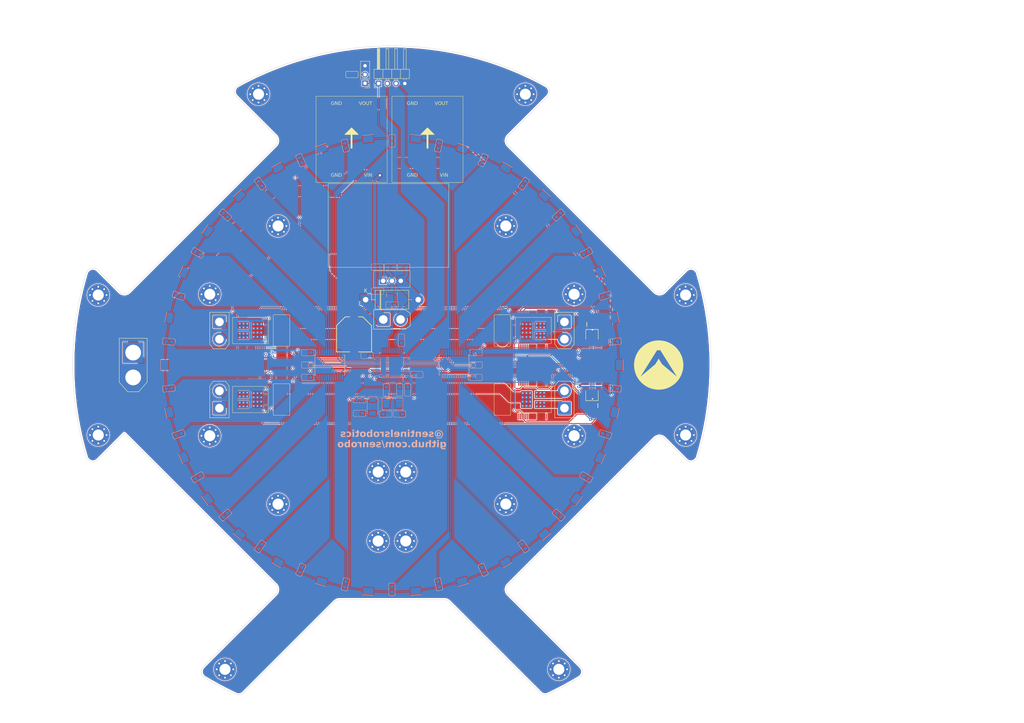
<source format=kicad_pcb>
(kicad_pcb (version 20221018) (generator pcbnew)
  (layers (0 "F.Cu" signal) (31 "B.Cu" signal) (34 "B.Paste" user) (35 "F.Paste" user) (36 "B.SilkS" user "B.Silkscreen") (37 "F.SilkS" user "F.Silkscreen") (38 "B.Mask" user) (39 "F.Mask" user) (44 "Edge.Cuts" user))
  (property "SHEETTOTAL" "3")
  (net 0 "")
  (net 1 "+3V3")
  (net 2 "GND")
  (net 3 "+12V")
  (net 4 "+5V")
  (net 5 "/M1")
  (net 6 "/M2")
  (net 7 "/S0")
  (net 8 "/S1")
  (net 9 "/S2")
  (net 10 "/S3")
  (net 11 "/RX")
  (net 12 "/TX")
  (net 13 "/BR DIR")
  (net 14 "/FR DIR")
  (net 15 "/FL DIR")
  (net 16 "/BL DIR")
  (net 17 "/FL PWM")
  (net 18 "/FR PWM")
  (net 19 "/BL PWM")
  (net 20 "/BR PWM")
  (net 21 "Net-(U2-I0)")
  (net 22 "Net-(U2-I1)")
  (net 23 "Net-(U2-I2)")
  (net 24 "Net-(U2-I3)")
  (net 25 "Net-(U2-I4)")
  (net 26 "Net-(U2-I5)")
  (net 27 "Net-(U2-I6)")
  (net 28 "Net-(U2-I7)")
  (net 29 "Net-(U2-I8)")
  (net 30 "Net-(U2-I9)")
  (net 31 "Net-(U2-I10)")
  (net 32 "Net-(U2-I11)")
  (net 33 "Net-(U2-I12)")
  (net 34 "Net-(U2-I13)")
  (net 35 "Net-(U2-~{E})")
  (net 36 "Net-(U4-I0)")
  (net 37 "Net-(U4-I1)")
  (net 38 "Net-(U4-I2)")
  (net 39 "Net-(U4-I3)")
  (net 40 "Net-(U4-I4)")
  (net 41 "Net-(U4-I5)")
  (net 42 "Net-(U4-I6)")
  (net 43 "Net-(U4-I7)")
  (net 44 "Net-(U4-I8)")
  (net 45 "Net-(U4-I9)")
  (net 46 "Net-(U4-I10)")
  (net 47 "Net-(U4-I11)")
  (net 48 "Net-(U4-I12)")
  (net 49 "Net-(U4-I13)")
  (net 50 "Net-(U4-~{E})")
  (net 51 "/M SW")
  (net 68 "Net-(U2-I14)")
  (net 69 "Net-(U4-I14)")
  (net 70 "Net-(IC1-PD0)")
  (net 71 "Net-(IC1-PD1)")
  (net 72 "Net-(D3-A)")
  (net 76 "/RST")
  (net 83 "/SWDIO")
  (net 84 "/SWCLK")
  (net 86 "/BOOT")
  (net 89 "Net-(R41-Pad1)")
  (net 92 "/M1 S0")
  (net 93 "/M1 S1")
  (net 94 "/M1 S3")
  (net 95 "/M1 S2")
  (net 96 "Net-(SW3-B)")
  (net 97 "+48V")
  (net 98 "Net-(C7-Pad1)")
  (net 99 "Net-(Q2-D)")
  (net 100 "Net-(D2-A)")
  (net 101 "Net-(Q1-Pad1)")
  (net 102 "/Sol")
  (net 129 "/!FR DIR")
  (net 130 "/!BR DIR")
  (net 131 "/!BL DIR")
  (net 132 "/!FL DIR")
  (net 133 "/FL A")
  (net 134 "/FL B")
  (net 135 "/FR B")
  (net 136 "/FR A")
  (net 137 "/BL B")
  (net 138 "/BL A")
  (net 139 "/BR A")
  (net 140 "/BR B")
  (footprint "footprints:AMASS_XT30-F" (layer "F.Cu") (at 113.6804 92.793602)
    (fp_text reference "J2" hide)
    (fp_text value "XT30")
  )
  (footprint "footprints:boost" (layer "F.Cu") (at 112.6804 65.593602 -90)
    (fp_text reference "Boost1" hide)
    (fp_text value "~")
  )
  (footprint "MountingHole:MountingHole_3.2mm_M3_Pad_Via" (layer "F.Cu") (at 109.6804 136.9936)
    (fp_text reference "H7" hide)
    (fp_text value "MountingHole_Pad")
  )
  (footprint "footprints:SOP50P1030X247-39N" (layer "F.Cu") (at 154.68041 95.993602 -90)
    (fp_text reference "U7" hide)
    (fp_text value "VNH5050A-E")
  )
  (footprint "footprints:AMASS_XT60-M" (layer "F.Cu") (at 38.6804 105.9936 -90)
    (fp_text reference "J8" hide)
    (fp_text value "XT60")
  )
  (footprint "footprints:SOP50P1030X247-39N" (layer "F.Cu") (at 72.68041 95.993602 90)
    (fp_text reference "U8" hide)
    (fp_text value "VNH5050A-E")
  )
  (footprint "footprints:EIA-7343-D" (layer "F.Cu") (at 145.68041 95.993602 90)
    (fp_text reference "C18" hide)
    (fp_text value "220u" hide)
  )
  (footprint "footprints:buck" (layer "F.Cu") (at 123.9804 40.593602)
    (fp_text reference "U3" hide)
    (fp_text value "~")
  )
  (footprint "MountingHole:MountingHole_3.2mm_M3_Pad_Via" (layer "F.Cu") (at 109.6804 156.9936)
    (fp_text reference "H3" hide)
    (fp_text value "MountingHole_Pad")
  )
  (footprint "MountingHole:MountingHole_3.2mm_M3_Pad_Via" (layer "F.Cu") (at 162.0604 194.2003)
    (fp_text reference "H2" hide)
    (fp_text value "MountingHole_Pad")
  )
  (footprint "MountingHole:MountingHole_3.2mm_M3_Pad_Via" (layer "F.Cu") (at 117.6804 156.9936)
    (fp_text reference "H4" hide)
    (fp_text value "MountingHole_Pad")
  )
  (footprint "MountingHole:MountingHole_3.2mm_M3_Pad_Via" (layer "F.Cu") (at 117.6804 136.9936)
    (fp_text reference "H8" hide)
    (fp_text value "MountingHole_Pad")
  )
  (footprint "footprints:EIA-7343-D" (layer "F.Cu") (at 81.68041 95.993602 90)
    (fp_text reference "C19" hide)
    (fp_text value "220u")
  )
  (footprint "MountingHole:MountingHole_3.2mm_M3_Pad_Via" (layer "F.Cu") (at 60.8756 126.5002)
    (fp_text reference "H9" hide)
    (fp_text value "MountingHole_Pad")
  )
  (footprint "footprints:res0603" (layer "F.Cu") (at 102.0804 21.7936 180)
    (fp_text reference "R44" hide)
    (fp_text value "10K")
  )
  (footprint "footprints:SOP50P1030X247-39N" (layer "F.Cu") (at 154.68041 115.993602 -90)
    (fp_text reference "U5" hide)
    (fp_text value "VNH5050A-E")
  )
  (footprint "footprints:TO255P1040X460X2890-3" (layer "F.Cu") (at 113.68041 81.593602)
    (fp_text reference "Q1" hide)
    (fp_text value "STP75NF75")
  )
  (footprint "MountingHole:MountingHole_3.2mm_M3_Pad_Via" (layer "F.Cu") (at 152.347 27.5013)
    (fp_text reference "H20" hide)
    (fp_text value "MountingHole_Pad")
  )
  (footprint "MountingHole:MountingHole_3.2mm_M3_Pad_Via" (layer "F.Cu") (at 166.4852 85.488)
    (fp_text reference "H15" hide)
    (fp_text value "MountingHole_Pad")
  )
  (footprint "footprints:AMASS_XT30-F" (layer "F.Cu") (at 163.68041 115.993602 90)
    (fp_text reference "J4" hide)
    (fp_text value "FL" hide)
  )
  (footprint "footprints:SOT95P280X145-6N" (layer "F.Cu") (at 171.76082 118.987204 -90)
    (fp_text reference "IC2" hide)
    (fp_text value "SN74LVC2G04DBVTG4" hide)
  )
  (footprint "MountingHole:MountingHole_3.2mm_M3_Pad_Via" (layer "F.Cu") (at 146.6862 65.689)
    (fp_text reference "H18" hide)
    (fp_text value "MountingHole_Pad")
  )
  (footprint "MountingHole:MountingHole_3.2mm_M3_Pad_Via" (layer "F.Cu") (at 28.5655 126.2834)
    (fp_text reference "H11" hide)
    (fp_text value "MountingHole_Pad")
  )
  (footprint "footprints:EIA-7343-D" (layer "F.Cu") (at 81.68041 115.993602 -90)
    (fp_text reference "C17" hide)
    (fp_text value "220u")
  )
  (footprint "MountingHole:MountingHole_3.2mm_M3_Pad_Via" (layer "F.Cu") (at 166.4852 126.5002)
    (fp_text reference "H10" hide)
    (fp_text value "MountingHole_Pad")
  )
  (footprint "footprints:526101433" (layer "F.Cu") (at 171.68041 105.993602 90)
    (fp_text reference "J1" hide)
    (fp_text value "52610-1433" hide)
  )
  (footprint "Connector_PinHeader_2.54mm:PinHeader_1x04_P2.54mm_Horizontal" (layer "F.Cu") (at 109.8004 24.3936 90)
    (fp_text reference "J3" hide)
    (fp_text value "PGMR")
  )
  (footprint "MountingHole:MountingHole_3.2mm_M3_Pad_Via" (layer "F.Cu") (at 60.8756 85.488)
    (fp_text reference "H14" hide)
    (fp_text value "MountingHole_Pad")
  )
  (footprint "footprints:CAPAE1030X1270N" (layer "F.Cu") (at 102.7 97.1 -90)
    (fp_text reference "C11" hide)
    (fp_text value "1000u" hide)
  )
  (footprint "MountingHole:MountingHole_3.2mm_M3_Pad_Via" (layer "F.Cu") (at 80.674 146.2992)
    (fp_text reference "H5" hide)
    (fp_text value "MountingHole_Pad")
  )
  (footprint "MountingHole:MountingHole_3.2mm_M3_Pad_Via" (layer "F.Cu") (at 28.5649 85.7048)
    (fp_text reference "H13" hide)
    (fp_text value "MountingHole_Pad")
  )
  (footprint "footprints:SOP50P1030X247-39N" (layer "F.Cu") (at 72.68041 115.993602 90)
    (fp_text reference "U6" hide)
    (fp_text value "VNH5050A-E")
  )
  (footprint "footprints:AMASS_XT30-F" (layer "F.Cu") (at 163.68041 95.993602 -90)
    (fp_text reference "J6" hide)
    (fp_text value "BL" hide)
  )
  (footprint "footprints:EIA-7343-D" (layer "F.Cu") (at 145.68041 115.993602 -90)
    (fp_text reference "C16" hide)
    (fp_text value "220u" hide)
  )
  (footprint "footprints:AMASS_XT30-F" (layer "F.Cu") (at 63.68041 115.993602 90)
    (fp_text reference "J5" hide)
    (fp_text value "FR" hide)
  )
  (footprint "MountingHole:MountingHole_3.2mm_M3_Pad_Via" (layer "F.Cu") (at 146.6868 146.2992)
    (fp_text reference "H6" hide)
    (fp_text value "MountingHole_Pad")
  )
  (footprint "footprints:SOT95P280X145-6N" (layer "F.Cu") (at 171.76082 92.987204 90)
    (fp_text reference "IC3" hide)
    (fp_text value "SN74LVC2G04DBVTG4" hide)
  )
  (footprint "MountingHole:MountingHole_3.2mm_M3_Pad_Via" (layer "F.Cu") (at 75.0138 27.5013)
    (fp_text reference "H19" hide)
    (fp_text value "MountingHole_Pad")
  )
  (footprint "footprints:buck" (layer "F.Cu") (at 101.9804 40.593602)
    (fp_text reference "U1" hide)
    (fp_text value "~")
  )
  (footprint "footprints:AMASS_XT30-F" (layer "F.Cu") (at 63.68041 95.993602 -90)
    (fp_text reference "J7" hide)
    (fp_text value "BR" hide)
  )
  (footprint "MountingHole:MountingHole_3.2mm_M3_Pad_Via" (layer "F.Cu") (at 80.6746 65.689)
    (fp_text reference "H17" hide)
    (fp_text value "MountingHole_Pad")
  )
  (footprint "MountingHole:MountingHole_3.2mm_M3_Pad_Via" (layer "F.Cu") (at 65.3004 194.2003)
    (fp_text reference "H1" hide)
    (fp_text value "MountingHole_Pad")
  )
  (footprint "Diode_THT:D_DO-201AD_P15.24mm_Horizontal" (layer "F.Cu") (at 106.06041 87.0536)
    (fp_text reference "D2" hide)
    (fp_text value "1N5401")
  )
  (footprint "MountingHole:MountingHole_3.2mm_M3_Pad_Via" (layer "F.Cu") (at 198.7953 126.2834)
    (fp_text reference "H12" hide)
    (fp_text value "MountingHole_Pad")
  )
  (footprint "Connector_PinHeader_2.54mm:PinHeader_1x03_P2.54mm_Vertical" (layer "F.Cu") (at 105.8804 24.3436 180)
    (fp_text reference "SW3" hide)
    (fp_text value "M SW")
  )
  (footprint "MountingHole:MountingHole_3.2mm_M3_Pad_Via" (layer "F.Cu") (at 198.7959 85.7048)
    (fp_text reference "H16" hide)
    (fp_text value "MountingHole_Pad")
  )
  (footprint "footprints:ALS-PT19" (layer "B.Cu") (at 140.1183 165.3741 114)
    (fp_text reference "R3" hide)
    (fp_text value "R_Photo")
  )
  (footprint "footprints:res0603" (layer "B.Cu") (at 104.28041 119.993602 180)
    (fp_text reference "R41" hide)
    (fp_text value "1K")
  )
  (footprint "footprints:ALS-PT19" (layer "B.Cu") (at 57.3888 138.4936 30)
    (fp_text reference "R26" hide)
    (fp_text value "R_Photo")
  )
  (footprint "footprints:LED-3528" (layer "B.Cu") (at 70.8561 58.4323 132)
    (fp_text reference "D31" hide)
    (fp_text value "LED")
  )
  (footprint "footprints:ALS-PT19" (layer "B.Cu") (at 49.0365 99.1993 -6)
    (fp_text reference "R23" hide)
    (fp_text value "R_Photo")
  )
  (footprint "footprints:LED-3528" (layer "B.Cu") (at 55.2135 132.0247 -156)
    (fp_text reference "D7" hide)
    (fp_text value "LED")
  )
  (footprint "footprints:ALS-PT19" (layer "B.Cu") (at 161.9848 62.5001 -138)
    (fp_text reference "R12" hide)
    (fp_text value "R_Photo")
  )
  (footprint "footprints:cap0603" (layer "B.Cu") (at 112.08041 113.193602 -90)
    (fp_text reference "C14" hide)
    (fp_text value "0.1u")
  )
  (footprint "footprints:cap0603" (layer "B.Cu") (at 106.48041 103.243602 180)
    (fp_text reference "C12" hide)
    (fp_text value "0.1u")
  )
  (footprint "footprints:ALS-PT19" (layer "B.Cu") (at 178.3243 112.788 174)
    (fp_text reference "R8" hide)
    (fp_text value "R_Photo")
  )
  (footprint "footprints:LED-3528" (layer "B.Cu") (at 176.2819 119.2999 -12)
    (fp_text reference "D19" hide)
    (fp_text value "LED")
  )
  (footprint "footprints:LED-3528" (layer "B.Cu") (at 51.079 92.6873 168)
    (fp_text reference "D34" hide)
    (fp_text value "LED")
  )
  (footprint "footprints:res0603" (layer "B.Cu") (at 109.48041 77.593602)
    (fp_text reference "R36" hide)
    (fp_text value "1K")
  )
  (footprint "footprints:res0603" (layer "B.Cu") (at 109.48041 84.593602)
    (fp_text reference "R39" hide)
    (fp_text value "10K")
  )
  (footprint "footprints:LED-3528" (layer "B.Cu") (at 81.6804 161.4192 -120)
    (fp_text reference "D10" hide)
    (fp_text value "LED")
  )
  (footprint "footprints:LED-3528" (layer "B.Cu") (at 120.3702 42.3442 84)
    (fp_text reference "D27" hide)
    (fp_text value "LED")
  )
  (footprint "footprints:led0603" (layer "B.Cu") (at 115.93041 113.193602 90)
    (fp_text reference "D3" hide)
    (fp_text value "LED")
  )
  (footprint "footprints:res0603" (layer "B.Cu") (at 138.0804 109.593602 180)
    (fp_text reference "R37" hide)
    (fp_text value "3K24")
  )
  (footprint "footprints:LED-3528" (layer "B.Cu") (at 165.4575 68.3753 36)
    (fp_text reference "D23" hide)
    (fp_text value "LED")
  )
  (footprint "Package_QFP:LQFP-48_7x7mm_P0.5mm" (layer "B.Cu") (at 113.68041 105.993602 90)
    (fp_text reference "IC1" hide)
    (fp_text value "STM32F103CBTx")
  )
  (footprint "footprints:ALS-PT19" (layer "B.Cu") (at 75.4744 158.5797 54)
    (fp_text reference "R28" hide)
    (fp_text value "R_Photo")
  )
  (footprint "footprints:ALS-PT19" (layer "B.Cu") (at 75.4744 53.4075 -54)
    (fp_text reference "R19" hide)
    (fp_text value "R_Photo")
  )
  (footprint "footprints:LED-3528" (layer "B.Cu") (at 70.8561 153.5549 -132)
    (fp_text reference "D9" hide)
    (fp_text value "LED")
  )
  (footprint "footprints:ALS-PT19" (layer "B.Cu") (at 57.3888 73.4936 -30)
    (fp_text reference "R21" hide)
    (fp_text value "R_Photo")
  )
  (footprint "footprints:LED-3528" (layer "B.Cu") (at 156.5048 58.4323 48)
    (fp_text reference "D24" hide)
    (fp_text value "LED")
  )
  (footprint "footprints:res0603" (layer "B.Cu") (at 104.28041 115.993602)
    (fp_text reference "R45" hide)
    (fp_text value "10K")
  )
  (footprint "footprints:res0603" (layer "B.Cu") (at 117.08041 77.593602 180)
    (fp_text reference "R35" hide)
    (fp_text value "20")
  )
  (footprint "footprints:ALS-PT19" (layer "B.Cu") (at 175.4991 126.0797 162)
    (fp_text reference "R7" hide)
    (fp_text value "R_Photo")
  )
  (footprint "footprints:ALS-PT19" (layer "B.Cu") (at 127.1947 169.5732 102)
    (fp_text reference "R2" hide)
    (fp_text value "R_Photo")
  )
  (footprint "footprints:ALS-PT19" (layer "B.Cu") (at 87.2425 46.6131 -66)
    (fp_text reference "R18" hide)
    (fp_text value "R_Photo")
  )
  (footprint "footprints:cap0603" (layer "B.Cu") (at 113.28041 77.593602 180)
    (fp_text reference "C7" hide)
    (fp_text value "1500pF")
  )
  (footprint "footprints:Crystal" (layer "B.Cu") (at 113.88041 117.193602)
    (fp_text reference "Y1" hide)
    (fp_text value "8Mhz")
  )
  (footprint "footprints:LED-3528" (layer "B.Cu") (at 133.4575 45.126 72)
    (fp_text reference "D26" hide)
    (fp_text value "LED")
  )
  (footprint "footprints:ALS-PT19" (layer "B.Cu") (at 100.1662 169.5732 78)
    (fp_text reference "R30" hide)
    (fp_text value "R_Photo")
  )
  (footprint "footprints:LED-3528" (layer "B.Cu") (at 172.1473 132.0247 -24)
    (fp_text reference "D18" hide)
    (fp_text value "LED")
  )
  (footprint "footprints:LED-3528" (layer "B.Cu") (at 120.3702 169.643 -84)
    (fp_text reference "D13" hide)
    (fp_text value "LED")
  )
  (footprint "footprints:SW_PUSH_SPST" (layer "B.Cu") (at 108.08041 117.993602 90)
    (fp_text reference "SW1" hide)
    (fp_text value "STM RST")
  )
  (footprint "footprints:LED-3528" (layer "B.Cu") (at 51.079 119.2999 -168)
    (fp_text reference "D6" hide)
    (fp_text value "LED")
  )
  (footprint "footprints:cap0603" (layer "B.Cu") (at 115.88041 120.193602 180)
    (fp_text reference "C4" hide)
    (fp_text value "22p")
  )
  (footprint "footprints:LED-3528" (layer "B.Cu") (at 61.9033 143.6119 -144)
    (fp_text reference "D8" hide)
    (fp_text value "LED")
  )
  (footprint "footprints:ALS-PT19" (layer "B.Cu") (at 161.9848 149.4871 138)
    (fp_text reference "R5" hide)
    (fp_text value "R_Photo")
  )
  (footprint "footprints:ALS-PT19" (layer "B.Cu") (at 51.8617 85.9075 -18)
    (fp_text reference "R22" hide)
    (fp_text value "R_Photo")
  )
  (footprint "footprints:ALS-PT19" (layer "B.Cu") (at 49.0365 112.788 6)
    (fp_text reference "R24" hide)
    (fp_text value "R_Photo")
  )
  (footprint "Package_SO:SSOP-24_5.3x8.2mm_P0.65mm" (layer "B.Cu") (at 131.6804 105.9936 90)
    (fp_text reference "U2" hide)
    (fp_text value "CD74HC4067SM")
  )
  (footprint "footprints:res0603" (layer "B.Cu") (at 89.2804 105.9936)
    (fp_text reference "R43" hide)
    (fp_text value "10K")
  )
  (footprint "footprints:ALS-PT19" (layer "B.Cu") (at 169.9721 73.4936 -150)
    (fp_text reference "R11" hide)
    (fp_text value "R_Photo")
  )
  (footprint "footprints:ALS-PT19" (layer "B.Cu") (at 175.4991 85.9075 -162)
    (fp_text reference "R10" hide)
    (fp_text value "R_Photo")
  )
  (footprint "Package_TO_SOT_SMD:SOT-23" (layer "B.Cu") (at 113.68041 85.593602 90)
    (fp_text reference "Q2" hide)
    (fp_text value "AO3400A")
  )
  (footprint "footprints:ALS-PT19" (layer "B.Cu") (at 100.1662 42.414 -78)
    (fp_text reference "R17" hide)
    (fp_text value "R_Photo")
  )
  (footprint "footprints:cap0603" (layer "B.Cu") (at 120.88041 108.743602)
    (fp_text reference "C15" hide)
    (fp_text value "0.1u")
  )
  (footprint "footprints:cap0603" (layer "B.Cu") (at 116.43041 98.793602 90)
    (fp_text reference "C13" hide)
    (fp_text value "0.1u")
  )
  (footprint "footprints:res0603" (layer "B.Cu") (at 118.2 113.2 90)
    (fp_text reference "R33" hide)
    (fp_text value "10K")
  )
  (footprint "footprints:LED-3528" (layer "B.Cu") (at 176.2819 92.6873 12)
    (fp_text reference "D21" hide)
    (fp_text value "LED")
  )
  (footprint "footprints:res0603" (layer "B.Cu") (at 138.0804 105.9936 180)
    (fp_text reference "R38" hide)
    (fp_text value "10K")
  )
  (footprint "footprints:cap0603" (layer "B.Cu") (at 111.88041 120.193602)
    (fp_text reference "C5" hide)
    (fp_text value "22p")
  )
  (footprint "footprints:LED-3528" (layer "B.Cu") (at 177.6804 105.9936)
    (fp_text reference "D20" hide)
    (fp_text value "LED")
  )
  (footprint "footprints:LED-3528" (layer "B.Cu") (at 61.9033 68.3753 144)
    (fp_text reference "D32" hide)
    (fp_text value "LED")
  )
  (footprint "footprints:ALS-PT19" (layer "B.Cu") (at 151.8865 158.5797 126)
    (fp_text reference "R4" hide)
    (fp_text value "R_Photo")
  )
  (footprint "footprints:LED-3528" (layer "B.Cu") (at 133.4575 166.8612 -72)
    (fp_text reference "D14" hide)
    (fp_text value "LED")
  )
  (footprint "footprints:LED-3528" (layer "B.Cu") (at 172.1473 79.9625 24)
    (fp_text reference "D22" hide)
    (fp_text value "LED")
  )
  (footprint "footprints:ALS-PT19" (layer "B.Cu") (at 151.8865 53.4075 -126)
    (fp_text reference "R13" hide)
    (fp_text value "R_Photo")
  )
  (footprint "footprints:LED-3528" (layer "B.Cu") (at 106.9906 42.3442 96)
    (fp_text reference "D28" hide)
    (fp_text value "LED")
  )
  (footprint "footprints:LED-3528" (layer "B.Cu") (at 165.4575 143.6119 -36)
    (fp_text reference "D17" hide)
    (fp_text value "LED")
  )
  (footprint "footprints:LED-3528" (layer "B.Cu") (at 145.6804 50.568 60)
    (fp_text reference "D25" hide)
    (fp_text value "LED")
  )
  (footprint "footprints:ALS-PT19" (layer "B.Cu") (at 169.9721 138.4936 150)
    (fp_text reference "R6" hide)
    (fp_text value "R_Photo")
  )
  (footprint "footprints:ALS-PT19" (layer "B.Cu") (at 51.8617 126.0797 18)
    (fp_text reference "R25" hide)
    (fp_text value "R_Photo")
  )
  (footprint "footprints:LED-3528" (layer "B.Cu") (at 145.6804 161.4192 -60)
    (fp_text reference "D15" hide)
    (fp_text value "LED")
  )
  (footprint "footprints:cap0603" (layer "B.Cu") (at 89.28041 109.593602)
    (fp_text reference "C20" hide)
    (fp_text value "0.1u")
  )
  (footprint "footprints:LED-3528" (layer "B.Cu") (at 93.9033 45.126 108)
    (fp_text reference "D29" hide)
    (fp_text value "LED")
  )
  (footprint "footprints:LED-3528" (layer "B.Cu") (at 93.9033 166.8612 -108)
    (fp_text reference "D11" hide)
    (fp_text value "LED")
  )
  (footprint "footprints:ALS-PT19" (layer "B.Cu") (at 127.1947 42.414 -102)
    (fp_text reference "R15" hide)
    (fp_text value "R_Photo")
  )
  (footprint "footprints:ALS-PT19" (layer "B.Cu") (at 178.3243 99.1993 -174)
    (fp_text reference "R9" hide)
    (fp_text value "R_Photo")
  )
  (footprint "footprints:cap0603" (layer "B.Cu") (at 138.0804 102.393602 180)
    (fp_text reference "C6" hide)
    (fp_text value "0.1u")
  )
  (footprint "footprints:res0603" (layer "B.Cu") (at 89.28041 102.393602)
    (fp_text reference "R42" hide)
    (fp_text value "3K24")
  )
  (footprint "footprints:ALS-PT19" (layer "B.Cu") (at 65.376 62.5001 -42)
    (fp_text reference "R20" hide)
    (fp_text value "R_Photo")
  )
  (footprint "footprints:ALS-PT19" (layer "B.Cu") (at 113.6804 40.9936 -90)
    (fp_text reference "R16" hide)
    (fp_text value "R_Photo")
  )
  (footprint "footprints:LED-3528" (layer "B.Cu") (at 81.6804 50.568 120)
    (fp_text reference "D30" hide)
    (fp_text value "LED")
  )
  (footprint "footprints:LED-3528" (layer "B.Cu") (at 55.2135 79.9625 156)
    (fp_text reference "D33" hide)
    (fp_text value "LED")
  )
  (footprint "footprints:LED-3528" (layer "B.Cu") (at 106.9906 169.643 -96)
    (fp_text reference "D12" hide)
    (fp_text value "LED")
  )
  (footprint "footprints:ALS-PT19" (layer "B.Cu") (at 87.2425 165.3741 66)
    (fp_text reference "R29" hide)
    (fp_text value "R_Photo")
  )
  (footprint "Package_SO:SSOP-24_5.3x8.2mm_P0.65mm" (layer "B.Cu") (at 95.6804 105.9936 -90)
    (fp_text reference "U4" hide)
    (fp_text value "CD74HC4067SM")
  )
  (footprint "footprints:LED-3528" (layer "B.Cu") (at 156.5048 153.5549 -48)
    (fp_text reference "D16" hide)
    (fp_text value "LED")
  )
  (footprint "footprints:ALS-PT19" (layer "B.Cu") (at 140.1183 46.6131 -114)
    (fp_text reference "R14" hide)
    (fp_text value "R_Photo")
  )
  (footprint "footprints:res0603" (layer "B.Cu") (at 113.68041 88.593602 180)
    (fp_text reference "R31" hide)
    (fp_text value "10K")
  )
  (footprint "footprints:ALS-PT19" (layer "B.Cu") (at 65.376 149.4871 42)
    (fp_text reference "R27" hide)
    (fp_text value "R_Photo")
  )
  (footprint "footprints:LED-3528" (layer "B.Cu") (at 49.6804 105.9936 180)
    (fp_text reference "D5" hide)
    (fp_text value "LED")
  )
  (footprint "footprints:ALS-PT19" (layer "B.Cu") (at 113.6804 170.9936 90)
    (fp_text reference "R1" hide)
    (fp_text value "R_Photo")
  )
  (gr_poly (pts (xy 190.632376 113.134455) (xy 190.26958 113.106869) (xy 189.912058 113.06144) (xy 189.560262 112.998618) (xy 189.214638 112.918851) (xy 188.875637 112.822588) (xy 188.543706 112.710278) (xy 188.219296 112.58237) (xy 187.902853 112.439313) (xy 187.594828 112.281555) (xy 187.295669 112.109545) (xy 187.005826 111.923731) (xy 186.725745 111.724564) (xy 186.455878 111.512491) (xy 186.196671 111.287962) (xy 185.948575 111.051425) (xy 185.712038 110.803329) (xy 185.487509 110.544123) (xy 185.275436 110.274255) (xy 185.076269 109.994175) (xy 184.890456 109.704331) (xy 184.718446 109.405172) (xy 184.560687 109.097147) (xy 184.41763 108.780705) (xy 184.289722 108.456294) (xy 184.177412 108.124363) (xy 184.081149 107.785362) (xy 184.001382 107.439738) (xy 183.93856 107.087942) (xy 183.893131 106.730421) (xy 183.865545 106.367624) (xy 183.85625 106) (xy 183.865545 105.632376) (xy 183.893131 105.26958) (xy 183.93856 104.912058) (xy 184.001382 104.560262) (xy 184.081149 104.214638) (xy 184.177412 103.875637) (xy 184.289722 103.543706) (xy 184.41763 103.219296) (xy 184.560687 102.902853) (xy 184.718446 102.594828) (xy 184.890456 102.295669) (xy 185.076269 102.005826) (xy 185.275436 101.725745) (xy 185.487509 101.455878) (xy 185.712038 101.196671) (xy 185.948575 100.948575) (xy 186.196671 100.712038) (xy 186.455878 100.487509) (xy 186.725745 100.275436) (xy 187.005826 100.076269) (xy 187.295669 99.890456) (xy 187.594828 99.718446) (xy 187.902853 99.560687) (xy 188.219296 99.41763) (xy 188.543706 99.289722) (xy 188.875637 99.177412) (xy 189.214638 99.081149) (xy 189.560262 99.001382) (xy 189.912058 98.93856) (xy 190.26958 98.893131) (xy 190.632376 98.865545) (xy 191 98.85625) (xy 191.367624 98.865545) (xy 191.730421 98.893131) (xy 192.087942 98.93856) (xy 192.439739 99.001382) (xy 192.785362 99.081149) (xy 193.124363 99.177412) (xy 193.456294 99.289722) (xy 193.780705 99.41763) (xy 194.097147 99.560687) (xy 194.405172 99.718446) (xy 194.704331 99.890456) (xy 194.994175 100.076269) (xy 195.274255 100.275436) (xy 195.544123 100.487509) (xy 195.803329 100.712038) (xy 196.051425 100.948575) (xy 196.287962 101.196671) (xy 196.512492 101.455878) (xy 196.724564 101.725745) (xy 196.923732 102.005826) (xy 197.109545 102.295669) (xy 197.281555 102.594828) (xy 197.439313 102.902853) (xy 197.58237 103.219296) (xy 197.710278 103.543706) (xy 197.822588 103.875637) (xy 197.918851 104.214638) (xy 197.998618 104.560262) (xy 198.06144 104.912058) (xy 198.106869 105.26958) (xy 198.134455 105.632376) (xy 198.14375 106) (xy 198.134455 106.367624) (xy 198.106869 106.730421) (xy 198.06144 107.087942) (xy 197.998618 107.439739) (xy 197.918851 107.785362) (xy 197.822588 108.124363) (xy 197.710278 108.456294) (xy 197.58237 108.780705) (xy 197.439313 109.097147) (xy 197.318134 109.33375) (xy 196.23875 109.33375) (xy 191.47625 101.71375) (xy 190.52375 101.71375) (xy 185.76125 109.333751) (xy 190.047501 105.724305) (xy 191 104.119872) (xy 191.9525 105.724305) (xy 196.23875 109.33375) (xy 197.318134 109.33375) (xy 197.281555 109.405172) (xy 197.109545 109.704331) (xy 196.923732 109.994175) (xy 196.724564 110.274255) (xy 196.512492 110.544123) (xy 196.287962 110.803329) (xy 196.051425 111.051425) (xy 195.803329 111.287962) (xy 195.544123 111.512492) (xy 195.274255 111.724564) (xy 194.994175 111.923732) (xy 194.704331 112.109545) (xy 194.405172 112.281555) (xy 194.097147 112.439313) (xy 193.780705 112.58237) (xy 193.456294 112.710278) (xy 193.124363 112.822588) (xy 192.785362 112.918851) (xy 192.439739 112.998618) (xy 192.087942 113.06144) (xy 191.730421 113.106869) (xy 191.367624 113.134455) (xy 191 113.14375)) (fill solid) (layer "F.SilkS"))
  (gr_line (start 28.43358 78.50185) (end 34.712651 84.780921) (stroke (width 0.1)) (layer "Edge.Cuts"))
  (gr_arc (start 28.43358 133.486398) (mid 26.531249 134.011706) (end 25.104199 132.648496) (stroke (width 0.1)) (layer "Edge.Cuts"))
  (gr_arc (start 59.378779 196.56621) (mid 58.422221 195.095578) (end 58.992981 193.436665) (stroke (width 0.1)) (layer "Edge.Cuts"))
  (gr_arc (start 68.399237 201.396379) (mid 63.830473 199.09061) (end 59.378779 196.56621) (stroke (width 0.1)) (layer "Edge.Cuts"))
  (gr_arc (start 128.852261 173.994124) (mid 129.617633 174.146356) (end 130.266474 174.57991) (stroke (width 0.1)) (layer "Edge.Cuts"))
  (gr_line (start 156.690347 201.003783) (end 130.266474 174.57991) (stroke (width 0.1)) (layer "Edge.Cuts"))
  (gr_arc (start 79.967485 39.526087) (mid 80.553271 40.9403) (end 79.967485 42.354514) (stroke (width 0.1)) (layer "Edge.Cuts"))
  (gr_arc (start 69.036868 24.980672) (mid 113.680688 13.494124) (end 158.324508 24.980672) (stroke (width 0.1)) (layer "Edge.Cuts"))
  (gr_arc (start 37.541078 84.780921) (mid 36.126864 85.366707) (end 34.712651 84.780921) (stroke (width 0.1)) (layer "Edge.Cuts"))
  (gr_line (start 66.734293 185.695353) (end 79.967485 172.462161) (stroke (width 0.1)) (layer "Edge.Cuts"))
  (gr_arc (start 158.324508 24.980672) (mid 159.339426 26.451509) (end 158.77345 28.146528) (stroke (width 0.1)) (layer "Edge.Cuts"))
  (gr_arc (start 168.368395 193.436665) (mid 168.939151 195.095576) (end 167.982597 196.56621) (stroke (width 0.1)) (layer "Edge.Cuts"))
  (gr_line (start 160.627083 185.695353) (end 168.368395 193.436665) (stroke (width 0.1)) (layer "Edge.Cuts"))
  (gr_arc (start 97.094902 174.57991) (mid 97.743748 174.146365) (end 98.509115 173.994124) (stroke (width 0.1)) (layer "Edge.Cuts"))
  (gr_line (start 128.852261 173.994124) (end 98.509115 173.994124) (stroke (width 0.1)) (layer "Edge.Cuts"))
  (gr_arc (start 25.104199 132.648496) (mid 21.180688 105.994124) (end 25.104199 79.339752) (stroke (width 0.1)) (layer "Edge.Cuts"))
  (gr_line (start 58.992981 193.436665) (end 66.734293 185.695353) (stroke (width 0.1)) (layer "Edge.Cuts"))
  (gr_line (start 36.126864 125.793114) (end 28.43358 133.486398) (stroke (width 0.1)) (layer "Edge.Cuts"))
  (gr_line (start 37.541078 84.780921) (end 79.967485 42.354514) (stroke (width 0.1)) (layer "Edge.Cuts"))
  (gr_arc (start 202.257177 79.339752) (mid 206.180688 105.994124) (end 202.257177 132.648496) (stroke (width 0.1)) (layer "Edge.Cuts"))
  (gr_line (start 97.094902 174.57991) (end 70.671029 201.003783) (stroke (width 0.1)) (layer "Edge.Cuts"))
  (gr_line (start 192.648725 84.780921) (end 198.927796 78.50185) (stroke (width 0.1)) (layer "Edge.Cuts"))
  (gr_arc (start 25.104199 79.339752) (mid 26.531249 77.976542) (end 28.43358 78.50185) (stroke (width 0.1)) (layer "Edge.Cuts"))
  (gr_arc (start 147.393891 42.354514) (mid 146.808108 40.940302) (end 147.393891 39.526087) (stroke (width 0.1)) (layer "Edge.Cuts"))
  (gr_line (start 189.820298 127.207327) (end 147.393891 169.633734) (stroke (width 0.1)) (layer "Edge.Cuts"))
  (gr_arc (start 68.587926 28.146528) (mid 68.021951 26.451509) (end 69.036868 24.980672) (stroke (width 0.1)) (layer "Edge.Cuts"))
  (gr_arc (start 192.648725 84.780921) (mid 191.234512 85.366707) (end 189.820298 84.780921) (stroke (width 0.1)) (layer "Edge.Cuts"))
  (gr_arc (start 70.671029 201.003783) (mid 69.597394 201.560358) (end 68.399237 201.396379) (stroke (width 0.1)) (layer "Edge.Cuts"))
  (gr_arc (start 147.393891 172.462161) (mid 146.808103 171.047946) (end 147.393891 169.633734) (stroke (width 0.1)) (layer "Edge.Cuts"))
  (gr_line (start 79.967485 39.526087) (end 68.587926 28.146528) (stroke (width 0.1)) (layer "Edge.Cuts"))
  (gr_arc (start 167.982597 196.56621) (mid 163.530904 199.090611) (end 158.962139 201.396379) (stroke (width 0.1)) (layer "Edge.Cuts"))
  (gr_arc (start 79.967485 169.633734) (mid 80.553271 171.047948) (end 79.967485 172.462161) (stroke (width 0.1)) (layer "Edge.Cuts"))
  (gr_arc (start 189.820298 127.207327) (mid 191.234512 126.621541) (end 192.648725 127.207327) (stroke (width 0.1)) (layer "Edge.Cuts"))
  (gr_arc (start 202.257177 132.648496) (mid 200.830123 134.01175) (end 198.927796 133.486398) (stroke (width 0.1)) (layer "Edge.Cuts"))
  (gr_line (start 198.927796 133.486398) (end 192.648725 127.207327) (stroke (width 0.1)) (layer "Edge.Cuts"))
  (gr_line (start 147.393891 42.354514) (end 189.820298 84.780921) (stroke (width 0.1)) (layer "Edge.Cuts"))
  (gr_line (start 158.77345 28.146528) (end 147.393891 39.526087) (stroke (width 0.1)) (layer "Edge.Cuts"))
  (gr_arc (start 158.962139 201.396379) (mid 157.763989 201.560339) (end 156.690347 201.003783) (stroke (width 0.1)) (layer "Edge.Cuts"))
  (gr_line (start 147.393891 172.462161) (end 160.627083 185.695353) (stroke (width 0.1)) (layer "Edge.Cuts"))
  (gr_line (start 79.967485 169.633734) (end 36.126864 125.793114) (stroke (width 0.1)) (layer "Edge.Cuts"))
  (gr_arc (start 198.927796 78.50185) (mid 200.83011 77.976549) (end 202.257177 79.339752) (stroke (width 0.1)) (layer "Edge.Cuts"))
  (gr_text "github.com/senrobo" (at 113.68071 129) (layer "B.SilkS") (effects (font (size 2 2) (thickness 0.3) bold) (justify mirror)))
  (gr_text "@sentinelsrobotics" (at 113.68071 126) (layer "B.SilkS") (effects (font (size 2 2) (thickness 0.3) bold) (justify mirror)))
  (segment (start 109.8004 29.813602) (end 110.1804 30.193602) (width 0.3) (layer "F.Cu") (net 1))
  (segment (start 109.8004 24.3936) (end 109.8004 29.813602) (width 0.3) (layer "F.Cu") (net 1))
  (segment (start 120.1 115.5) (end 101.9 115.5) (width 0.25) (layer "F.Cu") (net 1))
  (segment (start 171.850834 90.511829) (end 171.76082 90.601843) (width 0.25) (layer "F.Cu") (net 1))
  (segment (start 168.012299 113.4755) (end 167.611896 113.4755) (width 0.25) (layer "F.Cu") (net 1))
  (segment (start 103.7 107.7) (end 105.2 109.2) (width 0.25) (layer "F.Cu") (net 1))
  (segment (start 171.2 121.8) (end 171.76082 121.23918) (width 0.25) (layer "F.Cu") (net 1))
  (segment (start 168.012299 113.4755) (end 168.873512 113.4755) (width 0.25) (layer "F.Cu") (net 1))
  (segment (start 171.76082 121.23918) (end 171.76082 120.237204) (width 0.25) (layer "F.Cu") (net 1))
  (segment (start 171.76082 90.601843) (end 171.76082 91.737204) (width 0.25) (layer "F.Cu") (net 1))
  (segment (start 109.8004 24.3936) (end 105.9304 24.3936) (width 0.3) (layer "F.Cu") (net 1))
  (segment (start 90.1 107.7) (end 103.7 107.7) (width 0.25) (layer "F.Cu") (net 1))
  (segment (start 105.9304 24.3936) (end 105.8804 24.3436) (width 0.3) (layer "F.Cu") (net 1))
  (segment (start 168.873512 113.4755) (end 169.85541 112.493602) (width 0.25) (layer "F.Cu") (net 1))
  (segment (start 166.65 112.513604) (end 166.65 110.75) (width 0.25) (layer "F.Cu") (net 1))
  (segment (start 167.611896 113.4755) (end 166.65 112.513604) (width 0.25) (layer "F.Cu") (net 1))
  (segment (start 166.65 110.75) (end 167.1 110.3) (width 0.25) (layer "F.Cu") (net 1))
  (segment (start 101.9 115.5) (end 101.4 116) (width 0.25) (layer "F.Cu") (net 1))
  (via (at 167.1 110.3) (size 0.8) (drill 0.4) (layers "F.Cu" "B.Cu") (net 1))
  (via (at 171.2 121.8) (size 0.8) (drill 0.4) (layers "F.Cu" "B.Cu") (net 1))
  (via (at 168.012299 113.4755) (size 0.8) (drill 0.4) (layers "F.Cu" "B.Cu") (net 1))
  (via (at 90.1 107.7) (size 0.8) (drill 0.4) (layers "F.Cu" "B.Cu") (net 1))
  (via (at 171.850834 90.511829) (size 0.8) (drill 0.4) (layers "F.Cu" "B.Cu") (net 1))
  (via (at 105.2 109.2) (size 0.8) (drill 0.4) (layers "F.Cu" "B.Cu") (net 1))
  (via (at 120.1 115.5) (size 0.8) (drill 0.4) (layers "F.Cu" "B.Cu") (net 1))
  (via (at 101.4 116) (size 0.8) (drill 0.4) (layers "F.Cu" "B.Cu") (net 1))
  (segment (start 60.447096 144.669881) (end 56.671924 138.907503) (width 0.25) (layer "B.Cu") (net 1))
  (segment (start 80.780418 162.97808) (end 74.987857 159.249386) (width 0.25) (layer "B.Cu") (net 1))
  (segment (start 135.255402 102.393602) (end 135.2554 102.3936) (width 0.25) (layer "B.Cu") (net 1))
  (segment (start 120.558373 40.554058) (end 127.366737 41.604342) (width 0.25) (layer "B.Cu") (net 1))
  (segment (start 48.240868 112.871585) (end 47.852663 105.993633) (width 0.25) (layer "B.Cu") (net 1))
  (segment (start 60.447084 67.317339) (end 64.760839 61.946265) (width 0.25) (layer "B.Cu") (net 1))
  (segment (start 109.8004 36.3136) (end 113.6804 40.1936) (width 0.3) (layer "B.Cu") (net 1))
  (segment (start 127.361009 170.355714) (end 120.561314 171.460734) (width 0.25) (layer "B.Cu") (net 1))
  (segment (start 171.850834 90.511829) (end 171.962663 90.4) (width 0.25) (layer "B.Cu") (net 1))
  (segment (start 69.651607 57.094678) (end 74.987805 52.737855) (width 0.25) (layer "B.Cu") (net 1))
  (segment (start 167.8 118.4) (end 171.2 121.8) (width 0.25) (layer "B.Cu") (net 1))
  (segment (start 176.16242 90.4) (end 178.069709 92.307289) (width 0.25) (layer "B.Cu") (net 1))
  (segment (start 49.318298 119.674201) (end 48.213278 112.874506) (width 0.25) (layer "B.Cu") (net 1))
  (segment (start 105.206398 112.393602) (end 103.48041 114.11959) (width 0.25) (layer "B.Cu") (net 1))
  (segment (start 99.999811 41.63149) (end 106.799506 40.52647) (width 0.25) (layer "B.Cu") (net 1))
  (segment (start 106.802427 40.55406) (end 113.680379 40.165855) (width 0.25) (layer "B.Cu") (net 1))
  (segment (start 173 121.8) (end 175.9 124.7) (width 0.25) (layer "B.Cu") (net 1))
  (segment (start 105.206398 112.393602) (end 105.2 112.387204) (width 0.25) (layer "B.Cu") (net 1))
  (segment (start 109.51791 103.243602) (end 107.28041 103.243602) (width 0.25) (layer "B.Cu") (net 1))
  (segment (start 173.791707 132.756865) (end 170.688927 138.907449) (width 0.25) (layer "B.Cu") (net 1))
  (segment (start 115.821095 103.243602) (end 116.43041 102.634287) (width 0.25) (layer "B.Cu") (net 1))
  (segment (start 93.347101 168.573126) (end 86.905882 166.130254) (width 0.25) (layer "B.Cu") (net 1))
  (segment (start 103.48041 115.993602) (end 101.406398 115.993602) (width 0.25) (layer "B.Cu") (net 1))
  (segment (start 168.012299 113.4755) (end 167.8 113.687799) (width 0.25) (layer "B.Cu") (net 1))
  (segment (start 138.1054 103.218602) (end 137.2804 102.393602) (width 0.25) (layer "B.Cu") (net 1))
  (segment (start 51.100886 85.660293) (end 53.543758 79.219074) (width 0.25) (layer "B.Cu") (net 1))
  (segment (start 178.042526 119.674182) (end 176.286327 126.335465) (width 0.25) (layer "B.Cu") (net 1))
  (segment (start 173.791699 79.230321) (end 176.286308 85.65168) (width 0.25) (layer "B.Cu") (net 1))
  (segment (start 101.4 169.791759) (end 100.836041 170.355718) (width 0.25) (layer "B.Cu") (net 1))
  (segment (start 134.013738 168.57312) (end 127.366799 170.382849) (width 0.25) (layer "B.Cu") (net 1))
  (segment (start 64.781486 150.022405) (end 60.424663 144.686207) (width 0.25) (layer "B.Cu") (net 1))
  (segment (start 48.039737 102.7) (end 48.213271 99.11276) (width 0.25) (layer "B.Cu") (net 1))
  (segment (start 134.013719 43.414078) (end 140.454938 45.85695) (width 0.25) (layer "B.Cu") (net 1))
  (segment (start 171.2 121.8) (end 173 121.8) (width 0.25) (layer "B.Cu") (net 1))
  (segment (start 53.569121 132.756883) (end 51.074512 126.335524) (width 0.25) (layer "B.Cu") (net 1))
  (segment (start 175.9 124.7) (end 175.9 125.966969) (width 0.25) (layer "B.Cu") (net 1))
  (segment (start 157.709213 154.892526) (end 152.373015 159.249349) (width 0.25) (layer "B.Cu") (net 1))
  (segment (start 170.664888 138.893594) (end 166.936194 144.686155) (width 0.25) (layer "B.Cu") (net 1))
  (segment (start 176.259934 126.326911) (end 173.817062 132.76813) (width 0.25) (layer "B.Cu") (net 1))
  (segment (start 120.08041 115.48041) (end 120.08041 108.743602) (width 0.25) (layer "B.Cu") (net 1))
  (segment (start 112.43041 103.274012) (end 112.4 103.243602) (width 0.25) (layer "B.Cu") (net 1))
  (segment (start 127.36099 41.631486) (end 134.022273 43.387685) (width 0.25) (layer "B.Cu") (net 1))
  (segment (start 120.08041 108.743602) (end 117.84291 108.743602) (width 0.25) (layer "B.Cu") (net 1))
  (segment (start 48.240866 99.115639) (end 49.29115 92.307275) (width 0.25) (layer "B.Cu") (net 1))
  (segment (start 101.4 116) (end 101.4 169.791759) (width 0.25) (layer "B.Cu") (net 1))
  (segment (start 179.119954 112.871565) (end 178.06967 119.679929) (width 0.25) (layer "B.Cu") (net 1))
  (segment (start 106.802447 171.433146) (end 99.994083 170.382862) (width 0.25) (layer "B.Cu") (net 1))
  (segment (start 92.105398 109.593602) (end 92.1054 109.5936) (width 0.25) (layer "B.Cu") (net 1))
  (segment (start 109.8004 24.3936) (end 109.8004 36.3136) (width 0.3) (layer "B.Cu") (net 1))
  (segment (start 140.443691 166.104891) (end 134.022332 168.5995) (width 0.25) (layer "B.Cu") (net 1))
  (segment (start 75.004147 159.226928) (end 69.633073 154.913173) (width 0.25) (layer "B.Cu") (net 1))
  (segment (start 112.43041 112.043602) (end 112.08041 112.393602) (width 0.25) (layer "B.Cu") (net 1))
  (segment (start 69.651622 154.89254) (end 64.760881 150.040986) (width 0.25) (layer "B.Cu") (net 1))
  (segment (start 112.43041 110.156102) (end 112.43041 103.274012) (width 0.25) (layer "B.Cu") (net 1))
  (segment (start 139.575043 103.1) (end 139.456441 103.218602) (width 0.25) (layer "B.Cu") (net 1))
  (segment (start 146.580402 49.009124) (end 152.372963 52.737818) (width 0.25) (layer "B.Cu") (net 1))
  (segment (start 179.480412 105.993592) (end 179.147549 112.874444) (width 0.25) (layer "B.Cu") (net 1))
  (segment (start 90.08041 109.593602) (end 90.08041 107.71959) (width 0.25) (layer "B.Cu") (net 1))
  (segment (start 116.43041 99.593602) (end 116.43041 101.831102) (width 0.25) (layer "B.Cu") (net 1))
  (segment (start 116.43041 102.634287) (end 116.43041 101.831102) (width 0.25) (layer "B.Cu") (net 1))
  (segment (start 112.4 103.243602) (end 115.821095 103.243602) (width 0.25) (layer "B.Cu") (net 1))
  (segment (start 162.579334 61.964799) (end 166.936157 67.300997) (width 0.25) (layer "B.Cu") (net 1))
  (segment (start 152.356673 52.760276) (end 157.727747 57.074031) (width 0.25) (layer "B.Cu") (net 1))
  (segment (start 109.51791 103.243602) (end 112.4 103.243602) (width 0.25) (layer "B.Cu") (net 1))
  (segment (start 93.347082 43.414084) (end 99.994021 41.604355) (width 0.25) (layer "B.Cu") (net 1))
  (segment (start 170.664878 73.093592) (end 173.817036 79.219016) (width 0.25) (layer "B.Cu") (net 1))
  (segment (start 162.579348 150.02239) (end 157.727794 154.913131) (width 0.25) (layer "B.Cu") (net 1))
  (segment (start 176.259928 85.660274) (end 178.069657 92.307213) (width 0.25) (layer "B.Cu") (net 1))
  (segment (start 166.8 110.3) (end 159.6 103.1) (width 0.25) (layer "B.Cu") (net 1))
  (segment (start 99.99983 170.355718) (end 93.338547 168.599519) (width 0.25) (layer "B.Cu") (net 1))
  (segment (start 175.9 125.966969) (end 176.259945 126.326914) (width 0.25) (layer "B.Cu") (net 1))
  (segment (start 64.781472 61.964814) (end 69.633026 57.074073) (width 0.25) (layer "B.Cu") (net 1))
  (segment (start 179.119952 99.115619) (end 179.508157 105.993571) (width 0.25) (layer "B.Cu") (net 1))
  (segment (start 120.1 115.5) (end 120.08041 115.48041) (width 0.25) (layer "B.Cu") (net 1))
  (segment (start 120.558393 171.433144) (end 113.680441 171.821349) (width 0.25) (layer "B.Cu") (net 1))
  (segment (start 100.836041 170.355718) (end 99.999871 170.355718) (width 0.25) (layer "B.Cu") (net 1))
  (segment (start 103.48041 114.11959) (end 103.48041 115.993602) (width 0.25) (layer "B.Cu") (net 1))
  (segment (start 137.2804 102.393602) (end 135.255402 102.393602) (width 0.25) (layer "B.Cu") (net 1))
  (segment (start 178.042522 92.313003) (end 179.147542 99.112698) (width 0.25) (layer "B.Cu") (net 1))
  (segment (start 56.695942 138.893612) (end 53.543784 132.768188) (width 0.25) (layer "B.Cu") (net 1))
  (segment (start 171.962663 90.4) (end 176.16242 90.4) (width 0.25) (layer "B.Cu") (net 1))
  (segment (start 146.58042 162.97807) (end 140.454996 166.130228) (width 0.25) (layer "B.Cu") (net 1))
  (segment (start 56.695932 73.09361) (end 60.424626 67.301049) (width 0.25) (layer "B.Cu") (net 1))
  (segment (start 157.709198 57.094664) (end 162.599939 61.946218) (width 0.25) (layer "B.Cu") (net 1))
  (segment (start 152.356689 159.226916) (end 146.594311 163.002088) (width 0.25) (layer "B.Cu") (net 1))
  (segment (start 159.6 103.1) (end 139.575043 103.1) (width 0.25) (layer "B.Cu") (net 1))
  (segment (start 105.2 112.387204) (end 105.2 109.2) (width 0.25) (layer "B.Cu") (net 1))
  (segment (start 86.917129 45.882313) (end 93.338488 43.387704) (width 0.25) (layer "B.Cu") (net 1))
  (segment (start 90.08041 109.593602) (end 92.105398 109.593602) (width 0.25) (layer "B.Cu") (net 1))
  (segment (start 167.8 113.687799) (end 167.8 118.4) (width 0.25) (layer "B.Cu") (net 1))
  (segment (start 112.43041 110.156102) (end 112.43041 112.043602) (width 0.25) (layer "B.Cu") (net 1))
  (segment (start 139.456441 103.218602) (end 138.1054 103.218602) (width 0.25) (layer "B.Cu") (net 1))
  (segment (start 112.08041 112.393602) (end 105.206398 112.393602) (width 0.25) (layer "B.Cu") (net 1))
  (segment (start 90.08041 107.71959) (end 90.1 107.7) (width 0.25) (layer "B.Cu") (net 1))
  (segment (start 113.68042 171.793604) (end 106.799568 171.460741) (width 0.25) (layer "B.Cu") (net 1))
  (segment (start 47.880408 105.993612) (end 48.039737 102.7) (width 0.25) (layer "B.Cu") (net 1))
  (segment (start 49.318294 92.313022) (end 51.074493 85.651739) (width 0.25) (layer "B.Cu") (net 1))
  (segment (start 140.443673 45.882305) (end 146.594257 48.985085) (width 0.25) (layer "B.Cu") (net 1))
  (segment (start 86.917147 166.104899) (end 80.766563 163.002119) (width 0.25) (layer "B.Cu") (net 1))
  (segment (start 167.1 110.3) (end 166.8 110.3) (width 0.25) (layer "B.Cu") (net 1))
  (segment (start 166.913736 144.669865) (end 162.599981 150.040939) (width 0.25) (layer "B.Cu") (net 1))
  (segment (start 75.004131 52.760288) (end 80.766509 48.985116) (width 0.25) (layer "B.Cu") (net 1))
  (segment (start 166.913724 67.317323) (end 170.688896 73.079701) (width 0.25) (layer "B.Cu") (net 1))
  (segment (start 53.569113 79.230339) (end 56.671893 73.079755) (width 0.25) (layer "B.Cu") (net 1))
  (segment (start 80.7804 49.009134) (end 86.905824 45.856976) (width 0.25) (layer "B.Cu") (net 1))
  (segment (start 51.100892 126.32693) (end 49.291163 119.679991) (width 0.25) (layer "B.Cu") (net 1))
  (segment (start 101.406398 115.993602) (end 101.4 116) (width 0.25) (layer "B.Cu") (net 1))
  (via (at 171.8 115.8) (size 0.8) (drill 0.4) (layers "F.Cu" "B.Cu") (net 2))
  (via (at 171.8 95.8) (size 0.8) (drill 0.4) (layers "F.Cu" "B.Cu") (net 2))
  (segment (start 74.70541 95.993602) (end 78.48041 95.993602) (width 3) (layer "F.Cu") (net 3))
  (segment (start 38.6804 102.3936) (end 42.2868 106) (width 2.5) (layer "F.Cu") (net 3))
  (segment (start 148.88041 95.993602) (end 152.65541 95.993602) (width 3) (layer "F.Cu") (net 3))
  (segment (start 78.48041 115.993602) (end 81.68041 112.793602) (width 3) (layer "F.Cu") (net 3))
  (segment (start 81.68041 99.193602) (end 81.7 99.213192) (width 3) (layer "F.Cu") (net 3))
  (segment (start 101.8804 50.993602) (end 97.2804 55.593602) (width 3) (layer "F.Cu") (net 3))
  (segment (start 145.68041 112.793602) (end 148.26166 115.374852) (width 3) (layer "F.Cu") (net 3))
  (segment (start 38.6804 96.1196) (end 38.6804 102.3936) (width 3) (layer "F.Cu") (net 3))
  (segment (start 81.7 99.213192) (end 81.7 106) (width 3) (layer "F.Cu") (net 3))
  (segment (start 79.206398 55.593602) (end 38.6804 96.1196) (width 3) (layer "F.Cu") (net 3))
  (segment (start 78.48041 95.993602) (end 81.68041 99.193602) (width 3) (layer "F.Cu") (net 3))
  (segment (start 74.70541 115.993602) (end 78.48041 115.993602) (width 3) (layer "F.Cu") (net 3))
  (segment (start 113.769006 47.4) (end 128.586798 47.4) (width 3) (layer "F.Cu") (net 3))
  (segment (start 81.68041 112.793602) (end 145.68041 112.793602) (width 3) (layer "F.Cu") (net 3))
  (segment (start 81.7 112.774012) (end 81.68041 112.793602) (width 3) (layer "F.Cu") (net 3))
  (segment (start 110.1804 50.988606) (end 113.769006 47.4) (width 3) (layer "F.Cu") (net 3))
  (segment (start 143.486808 97) (end 83.874012 97) (width 3) (layer "F.Cu") (net 3))
  (segment (start 42.2868 106) (end 81.7 106) (width 3) (layer "F.Cu") (net 3))
  (segment (start 110.1804 50.993602) (end 101.8804 50.993602) (width 3) (layer "F.Cu") (net 3))
  (segment (start 81.7 106) (end 81.7 112.774012) (width 3) (layer "F.Cu") (net 3))
  (segment (start 97.2804 55.593602) (end 79.206398 55.593602) (width 3) (layer "F.Cu") (net 3))
  (segment (start 110.1804 50.993602) (end 110.1804 50.988606) (width 3) (layer "F.Cu") (net 3))
  (segment (start 148.26166 115.374852) (end 151.57241 115.374852) (width 3) (layer "F.Cu") (net 3))
  (segment (start 83.874012 97) (end 81.68041 99.193602) (width 3) (layer "F.Cu") (net 3))
  (segment (start 145.68041 99.193602) (end 143.486808 97) (width 3) (layer "F.Cu") (net 3))
  (segment (start 145.68041 99.193602) (end 148.88041 95.993602) (width 3) (layer "F.Cu") (net 3))
  (segment (start 128.586798 47.4) (end 132.1804 50.993602) (width 3) (layer "F.Cu") (net 3))
  (via (at 110.2 51) (size 1) (drill 0.6) (layers "F.Cu" "B.Cu") (net 3))
  (segment (start 108.68041 77.593602) (end 108.68041 52.51959) (width 1) (layer "B.Cu") (net 3))
  (segment (start 108.68041 52.51959) (end 110.2 51) (width 1) (layer "B.Cu") (net 3))
  (segment (start 108.68041 84.593602) (end 108.68041 77.593602) (width 1) (layer "B.Cu") (net 3))
  (segment (start 177.3 84) (end 132.1804 38.8804) (width 0.5) (layer "F.Cu") (net 4))
  (segment (start 169.85541 111.493602) (end 168.606398 111.493602) (width 0.5) (layer "F.Cu") (net 4))
  (segment (start 177.3 114.6) (end 177.3 84) (width 0.5) (layer "F.Cu") (net 4))
  (segment (start 168.606398 111.493602) (end 167.8 112.3) (width 0.5) (layer "F.Cu") (net 4))
  (segment (start 132.1804 38.8804) (end 132.1804 30.193602) (width 0.5) (layer "F.Cu") (net 4))
  (via (at 167.8 112.3) (size 0.8) (drill 0.4) (layers "F.Cu" "B.Cu") (net 4))
  (via (at 177.3 114.6) (size 0.8) (drill 0.4) (layers "F.Cu" "B.Cu") (net 4))
  (segment (start 167.8 112.3) (end 175 112.3) (width 0.5) (layer "B.Cu") (net 4))
  (segment (start 175 112.3) (end 177.3 114.6) (width 0.5) (layer "B.Cu") (net 4))
  (segment (start 130 107.6) (end 107.4 107.6) (width 0.25) (layer "F.Cu") (net 5))
  (via (at 107.4 107.6) (size 0.8) (drill 0.4) (layers "F.Cu" "B.Cu") (net 5))
  (via (at 130 107.6) (size 0.8) (drill 0.4) (layers "F.Cu" "B.Cu") (net 5))
  (segment (start 107.756398 107.243602) (end 107.4 107.6) (width 0.25) (layer "B.Cu") (net 5))
  (segment (start 135.2554 109.5936) (end 137.280398 109.5936) (width 0.25) (layer "B.Cu") (net 5))
  (segment (start 109.51791 107.243602) (end 107.756398 107.243602) (width 0.25) (layer "B.Cu") (net 5))
  (segment (start 135.286798 107.6) (end 137.2804 109.593602) (width 0.25) (layer "B.Cu") (net 5))
  (segment (start 130 107.6) (end 135.286798 107.6) (width 0.25) (layer "B.Cu") (net 5))
  (segment (start 137.280398 109.5936) (end 137.2804 109.593602) (width 0.25) (layer "B.Cu") (net 5))
  (segment (start 92.1054 103.4936) (end 92.1054 102.3936) (width 0.25) (layer "B.Cu") (net 6))
  (segment (start 94.355402 105.743602) (end 92.1054 103.4936) (width 0.25) (layer "B.Cu") (net 6))
  (segment (start 109.51791 105.743602) (end 94.355402 105.743602) (width 0.25) (layer "B.Cu") (net 6))
  (segment (start 92.105398 102.393602) (end 92.1054 102.3936) (width 0.25) (layer "B.Cu") (net 6))
  (segment (start 90.08041 102.393602) (end 92.105398 102.393602) (width 0.25) (layer "B.Cu") (net 6))
  (segment (start 97.9554 104.1554) (end 99.043602 105.243602) (width 0.25) (layer "B.Cu") (net 7))
  (segment (start 99.043602 105.243602) (end 109.51791 105.243602) (width 0.25) (layer "B.Cu") (net 7))
  (segment (start 97.9554 102.3936) (end 97.9554 104.1554) (width 0.25) (layer "B.Cu") (net 7))
  (segment (start 99.743602 104.743602) (end 109.51791 104.743602) (width 0.25) (layer "B.Cu") (net 8))
  (segment (start 98.6054 102.3936) (end 98.6054 103.6054) (width 0.25) (layer "B.Cu") (net 8))
  (segment (start 98.6054 103.6054) (end 99.743602 104.743602) (width 0.25) (layer "B.Cu") (net 8))
  (segment (start 100.830398 106.243602) (end 109.51791 106.243602) (width 0.25) (layer "B.Cu") (net 9))
  (segment (start 98.6054 108.4686) (end 100.830398 106.243602) (width 0.25) (layer "B.Cu") (net 9))
  (segment (start 98.6054 109.5936) (end 98.6054 108.4686) (width 0.25) (layer "B.Cu") (net 9))
  (segment (start 99.2554 109.5936) (end 102.105398 106.743602) (width 0.25) (layer "B.Cu") (net 10))
  (segment (start 102.105398 106.743602) (end 109.51791 106.743602) (width 0.25) (layer "B.Cu") (net 10))
  (segment (start 168.316806 109.493602) (end 167.72814 108.904936) (width 0.25) (layer "F.Cu") (net 11))
  (segment (start 107.695064 108.904936) (end 107.4 109.2) (width 0.25) (layer "F.Cu") (net 11))
  (segment (start 169.85541 109.493602) (end 168.316806 109.493602) (width 0.25) (layer "F.Cu") (net 11))
  (segment (start 167.72814 108.904936) (end 107.695064 108.904936) (width 0.25) (layer "F.Cu") (net 11))
  (via (at 107.4 109.2) (size 0.8) (drill 0.4) (layers "F.Cu" "B.Cu") (net 11))
  (segment (start 107.856398 108.743602) (end 107.4 109.2) (width 0.25) (layer "B.Cu") (net 11))
  (segment (start 109.51791 108.743602) (end 107.856398 108.743602) (width 0.25) (layer "B.Cu") (net 11))
  (segment (start 109.2625 109.4) (end 167.586808 109.4) (width 0.25) (layer "F.Cu") (net 12))
  (segment (start 167.586808 109.4) (end 168.68041 110.493602) (width 0.25) (layer "F.Cu") (net 12))
  (segment (start 168.68041 110.493602) (end 169.85541 110.493602) (width 0.25) (layer "F.Cu") (net 12))
  (segment (start 108.6625 110) (end 109.2625 109.4) (width 0.25) (layer "F.Cu") (net 12))
  (via (at 108.6625 110) (size 0.8) (drill 0.4) (layers "F.Cu" "B.Cu") (net 12))
  (segment (start 108.818602 110.156102) (end 110.78041 110.156102) (width 0.25) (layer "B.Cu") (net 12))
  (segment (start 108.6625 110) (end 108.818602 110.156102) (width 0.25) (layer "B.Cu") (net 12))
  (segment (start 140.4 100.3) (end 136.6 104.1) (width 0.25) (layer "F.Cu") (net 13))
  (segment (start 170.81082 97.21082) (end 170.81082 94.237204) (width 0.25) (layer "F.Cu") (net 13))
  (segment (start 75.43041 102.63041) (end 75.43041 100.893602) (width 0.25) (layer "F.Cu") (net 13))
  (segment (start 79.1 103.3) (end 78.6 103.8) (width 0.25) (layer "F.Cu") (net 13))
  (segment (start 140.4 100.2627) (end 140.4 100.3) (width 0.25) (layer "F.Cu") (net 13))
  (segment (start 167.773616 91.2) (end 167.15 91.2) (width 0.25) (layer "F.Cu") (net 13))
  (segment (start 88.7883 104.1) (end 86.4 101.7117) (width 0.25) (layer "F.Cu") (net 13))
  (segment (start 171.03041 101.493602) (end 171.2 101.324012) (width 0.25) (layer "F.Cu") (net 13))
  (segment (start 136.6 104.1) (end 88.7883 104.1) (width 0.25) (layer "F.Cu") (net 13))
  (segment (start 169.85541 101.493602) (end 171.03041 101.493602) (width 0.25) (layer "F.Cu") (net 13))
  (segment (start 170.81082 94.237204) (end 167.773616 91.2) (width 0.25) (layer "F.Cu") (net 13))
  (segment (start 78.6 103.8) (end 76.6 103.8) (width 0.25) (layer "F.Cu") (net 13))
  (segment (start 171.2 101.324012) (end 171.2 97.6) (width 0.25) (layer "F.Cu") (net 13))
  (segment (start 171.2 97.6) (end 170.81082 97.21082) (width 0.25) (layer "F.Cu") (net 13))
  (segment (start 76.6 103.8) (end 75.43041 102.63041) (width 0.25) (layer "F.Cu") (net 13))
  (via (at 79.1 103.3) (size 0.8) (drill 0.4) (layers "F.Cu" "B.Cu") (net 13))
  (via (at 140.4 100.2627) (size 0.8) (drill 0.4) (layers "F.Cu" "B.Cu") (net 13))
  (via (at 167.15 91.2) (size 0.8) (drill 0.4) (layers "F.Cu" "B.Cu") (net 13))
  (via (at 86.4 101.7117) (size 0.8) (drill 0.4) (layers "F.Cu" "B.Cu") (net 13))
  (segment (start 164.942431 96.268602) (end 167.15 94.061033) (width 0.25) (layer "B.Cu") (net 13))
  (segment (start 157.4 99.8) (end 160.931398 96.268602) (width 0.25) (layer "B.Cu") (net 13))
  (segment (start 167.15 94.061033) (end 167.15 91.2) (width 0.25) (layer "B.Cu") (net 13))
  (segment (start 140.8627 99.8) (end 157.4 99.8) (width 0.25) (layer "B.Cu") (net 13))
  (segment (start 86.4 102.012509) (end 86.4 101.7117) (width 0.25) (layer "B.Cu") (net 13))
  (segment (start 84.612509 103.8) (end 86.4 102.012509) (width 0.25) (layer "B.Cu") (net 13))
  (segment (start 79.1 103.3) (end 79.6 103.8) (width 0.25) (layer "B.Cu") (net 13))
  (segment (start 160.931398 96.268602) (end 164.942431 96.268602) (width 0.25) (layer "B.Cu") (net 13))
  (segment (start 140.4 100.2627) (end 140.8627 99.8) (width 0.25) (layer "B.Cu") (net 13))
  (segment (start 79.6 103.8) (end 84.612509 103.8) (width 0.25) (layer "B.Cu") (net 13))
  (segment (start 172.2 113.4) (end 172.2 106.663192) (width 0.25) (layer "F.Cu") (net 14))
  (segment (start 169.85541 105.493602) (end 169.749012 105.6) (width 0.25) (layer "F.Cu") (net 14))
  (segment (start 77.74674 108.0995) (end 76.1005 108.0995) (width 0.25) (layer "F.Cu") (net 14))
  (segment (start 172.71082 117.737204) (end 172.71082 113.91082) (width 0.25) (layer "F.Cu") (net 14))
  (segment (start 76.1005 108.0995) (end 75.43041 108.76959) (width 0.25) (layer "F.Cu") (net 14))
  (segment (start 169.749012 105.6) (end 86.2 105.6) (width 0.25) (layer "F.Cu") (net 14))
  (segment (start 86.2 105.6) (end 84.9 106.9) (width 0.25) (layer "F.Cu") (net 14))
  (segment (start 172.71082 113.91082) (end 172.2 113.4) (width 0.25) (layer "F.Cu") (net 14))
  (segment (start 172.2 106.663192) (end 171.03041 105.493602) (width 0.25) (layer "F.Cu") (net 14))
  (segment (start 75.43041 108.76959) (end 75.43041 111.093602) (width 0.25) (layer "F.Cu") (net 14))
  (segment (start 171.03041 105.493602) (end 169.85541 105.493602) (width 0.25) (layer "F.Cu") (net 14))
  (via (at 77.74674 108.0995) (size 0.8) (drill 0.4) (layers "F.Cu" "B.Cu") (net 14))
  (via (at 84.9 106.9) (size 0.8) (drill 0.4) (layers "F.Cu" "B.Cu") (net 14))
  (segment (start 78.94624 106.9) (end 84.9 106.9) (width 0.25) (layer "B.Cu") (net 14))
  (segment (start 77.74674 108.0995) (end 78.94624 106.9) (width 0.25) (layer "B.Cu") (net 14))
  (segment (start 171.65 108.113192) (end 171.65 113.35) (width 0.25) (layer "F.Cu") (net 15))
  (segment (start 151.93041 112.107719) (end 152.222692 112.4) (width 0.25) (layer "F.Cu") (net 15))
  (segment (start 170.81082 114.18918) (end 170.81082 117.737204) (width 0.25) (layer "F.Cu") (net 15))
  (segment (start 160.2 112) (end 160.2 111.0755) (width 0.25) (layer "F.Cu") (net 15))
  (segment (start 155.431398 112.4) (end 156 112.968602) (width 0.25) (layer "F.Cu") (net 15))
  (segment (start 171.65 113.35) (end 170.81082 114.18918) (width 0.25) (layer "F.Cu") (net 15))
  (segment (start 169.85541 107.493602) (end 171.03041 107.493602) (width 0.25) (layer "F.Cu") (net 15))
  (segment (start 152.222692 112.4) (end 155.431398 112.4) (width 0.25) (layer "F.Cu") (net 15))
  (segment (start 169.85541 107.493602) (end 161.906398 107.493602) (width 0.25) (layer "F.Cu") (net 15))
  (segment (start 151.93041 111.093602) (end 151.93041 112.107719) (width 0.25) (layer "F.Cu") (net 15))
  (segment (start 156 112.968602) (end 159.231398 112.968602) (width 0.25) (layer "F.Cu") (net 15))
  (segment (start 159.231398 112.968602) (end 160.2 112) (width 0.25) (layer "F.Cu") (net 15))
  (segment (start 171.03041 107.493602) (end 171.65 108.113192) (width 0.25) (layer "F.Cu") (net 15))
  (via (at 160.2 111.0755) (size 0.8) (drill 0.4) (layers "F.Cu" "B.Cu") (net 15))
  (via (at 161.906398 107.493602) (size 0.8) (drill 0.4) (layers "F.Cu" "B.Cu") (net 15))
  (segment (start 160.2 109.2) (end 160.2 111.0755) (width 0.25) (layer "B.Cu") (net 15))
  (segment (start 161.906398 107.493602) (end 160.2 109.2) (width 0.25) (layer "B.Cu") (net 15))
  (segment (start 171.03041 103.493602) (end 171.65 102.874012) (width 0.25) (layer "F.Cu") (net 16))
  (segment (start 168.156398 103.493602) (end 169.85541 103.493602) (width 0.25) (layer "F.Cu") (net 16))
  (segment (start 167 102.6) (end 152.622691 102.6) (width 0.25) (layer "F.Cu") (net 16))
  (segment (start 171.65 97.55) (end 172.71082 96.48918) (width 0.25) (layer "F.Cu") (net 16))
  (segment (start 167.8 101.8) (end 167 102.6) (width 0.25) (layer "F.Cu") (net 16))
  (segment (start 167.85 103.8) (end 168.156398 103.493602) (width 0.25) (layer "F.Cu") (net 16))
  (segment (start 172.71082 96.48918) (end 172.71082 94.237204) (width 0.25) (layer "F.Cu") (net 16))
  (segment (start 171.65 102.874012) (end 171.65 97.55) (width 0.25) (layer "F.Cu") (net 16))
  (segment (start 169.85541 103.493602) (end 171.03041 103.493602) (width 0.25) (layer "F.Cu") (net 16))
  (segment (start 151.93041 101.907719) (end 151.93041 100.893602) (width 0.25) (layer "F.Cu") (net 16))
  (segment (start 152.622691 102.6) (end 151.93041 101.907719) (width 0.25) (layer "F.Cu") (net 16))
  (via (at 167.85 103.8) (size 0.8) (drill 0.4) (layers "F.Cu" "B.Cu") (net 16))
  (via (at 167.8 101.8) (size 0.8) (drill 0.4) (layers "F.Cu" "B.Cu") (net 16))
  (segment (start 167.85 103.8) (end 167.8 103.75) (width 0.25) (layer "B.Cu") (net 16))
  (segment (start 167.8 103.75) (end 167.8 101.8) (width 0.25) (layer "B.Cu") (net 16))
  (segment (start 171.03041 108.493602) (end 171.2 108.663192) (width 0.25) (layer "F.Cu") (net 17))
  (segment (start 150.93041 110.079485) (end 150.93041 111.093602) (width 0.25) (layer "F.Cu") (net 17))
  (segment (start 164.85 109.85) (end 151.159895 109.85) (width 0.25) (layer "F.Cu") (net 17))
  (segment (start 170.024012 114.2) (end 167.7 114.2) (width 0.25) (layer "F.Cu") (net 17))
  (segment (start 166.2 112.7) (end 166.2 111.2) (width 0.25) (layer "F.Cu") (net 17))
  (segment (start 169.85541 108.493602) (end 171.03041 108.493602) (width 0.25) (layer "F.Cu") (net 17))
  (segment (start 171.2 108.663192) (end 171.2 113.024012) (width 0.25) (layer "F.Cu") (net 17))
  (segment (start 151.159895 109.85) (end 150.93041 110.079485) (width 0.25) (layer "F.Cu") (net 17))
  (segment (start 167.7 114.2) (end 166.2 112.7) (width 0.25) (layer "F.Cu") (net 17))
  (segment (start 171.2 113.024012) (end 170.024012 114.2) (width 0.25) (layer "F.Cu") (net 17))
  (segment (start 166.2 111.2) (end 164.85 109.85) (width 0.25) (layer "F.Cu") (net 17))
  (segment (start 85 110.694102) (end 85 110.2) (width 0.25) (layer "F.Cu") (net 18))
  (segment (start 78.8 121.6) (end 78 122.4) (width 0.25) (layer "F.Cu") (net 18))
  (segment (start 85 110.2) (end 88.706398 106.493602) (width 0.25) (layer "F.Cu") (net 18))
  (segment (start 88.706398 106.493602) (end 169.85541 106.493602) (width 0.25) (layer "F.Cu") (net 18))
  (segment (start 78 122.4) (end 76.922691 122.4) (width 0.25) (layer "F.Cu") (net 18))
  (segment (start 76.43041 121.907719) (end 76.43041 120.893602) (width 0.25) (layer "F.Cu") (net 18))
  (segment (start 76.922691 122.4) (end 76.43041 121.907719) (width 0.25) (layer "F.Cu") (net 18))
  (segment (start 78.8 118.6) (end 78.8 121.6) (width 0.25) (layer "F.Cu") (net 18))
  (via (at 78.8 118.6) (size 0.8) (drill 0.4) (layers "F.Cu" "B.Cu") (net 18))
  (via (at 85 110.694102) (size 0.8) (drill 0.4) (layers "F.Cu" "B.Cu") (net 18))
  (segment (start 85 110.694102) (end 85 113.2) (width 0.25) (layer "B.Cu") (net 18))
  (segment (start 85 113.2) (end 79.6 118.6) (width 0.25) (layer "B.Cu") (net 18))
  (segment (start 79.6 118.6) (end 78.8 118.6) (width 0.25) (layer "B.Cu") (net 18))
  (segment (start 173.4 96.436396) (end 172.45541 97.380986) (width 0.25) (layer "F.Cu") (net 19))
  (segment (start 172.45541 97.380986) (end 172.45541 103.068602) (width 0.25) (layer "F.Cu") (net 19))
  (segment (start 172.45541 103.068602) (end 171.03041 104.493602) (width 0.25) (layer "F.Cu") (net 19))
  (segment (start 150.93041 90.079485) (end 151.809895 89.2) (width 0.25) (layer "F.Cu") (net 19))
  (segment (start 151.809895 89.2) (end 172.2 89.2) (width 0.25) (layer "F.Cu") (net 19))
  (segment (start 171.03041 104.493602) (end 169.85541 104.493602) (width 0.25) (layer "F.Cu") (net 19))
  (segment (start 172.2 89.2) (end 173.4 90.4) (width 0.25) (layer "F.Cu") (net 19))
  (segment (start 173.4 90.4) (end 173.4 96.436396) (width 0.25) (layer "F.Cu") (net 19))
  (segment (start 150.93041 91.093602) (end 150.93041 90.079485) (width 0.25) (layer "F.Cu") (net 19))
  (segment (start 167.963604 103.05) (end 153.25 103.05) (width 0.25) (layer "F.Cu") (net 20))
  (segment (start 87.4495 105.0495) (end 84.893602 102.493602) (width 0.25) (layer "F.Cu") (net 20))
  (segment (start 153.25 103.05) (end 151.2505 105.0495) (width 0.25) (layer "F.Cu") (net 20))
  (segment (start 78.8 102.2) (end 78.718602 102.118602) (width 0.25) (layer "F.Cu") (net 20))
  (segment (start 169.85541 102.493602) (end 168.520002 102.493602) (width 0.25) (layer "F.Cu") (net 20))
  (segment (start 76.641293 102.118602) (end 76.43041 101.907719) (width 0.25) (layer "F.Cu") (net 20))
  (segment (start 151.2505 105.0495) (end 87.4495 105.0495) (width 0.25) (layer "F.Cu") (net 20))
  (segment (start 168.520002 102.493602) (end 167.963604 103.05) (width 0.25) (layer "F.Cu") (net 20))
  (segment (start 78.718602 102.118602) (end 76.641293 102.118602) (width 0.25) (layer "F.Cu") (net 20))
  (segment (start 76.43041 101.907719) (end 76.43041 100.893602) (width 0.25) (layer "F.Cu") (net 20))
  (via (at 78.8 102.2) (size 0.8) (drill 0.4) (layers "F.Cu" "B.Cu") (net 20))
  (via (at 84.893602 102.493602) (size 0.8) (drill 0.4) (layers "F.Cu" "B.Cu") (net 20))
  (segment (start 78.8 102.2) (end 79.093602 102.493602) (width 0.25) (layer "B.Cu") (net 20))
  (segment (start 79.093602 102.493602) (end 84.893602 102.493602) (width 0.25) (layer "B.Cu") (net 20))
  (segment (start 130.0554 153.8186) (end 130.0554 109.5936) (width 0.25) (layer "B.Cu") (net 21))
  (segment (start 113.6804 170.1936) (end 130.0554 153.8186) (width 0.25) (layer "B.Cu") (net 21))
  (segment (start 130.7054 156.3818) (end 127.028271 160.058929) (width 0.25) (layer "B.Cu") (net 22))
  (segment (start 130.7054 109.5936) (end 130.7054 156.3818) (width 0.25) (layer "B.Cu") (net 22))
  (segment (start 127.028271 160.058929) (end 127.028271 168.790682) (width 0.25) (layer "B.Cu") (net 22))
  (segment (start 131.3554 109.5936) (end 131.3554 156.205753) (width 0.25) (layer "B.Cu") (net 23))
  (segment (start 131.3554 156.205753) (end 139.792911 164.643264) (width 0.25) (layer "B.Cu") (net 23))
  (segment (start 132.0054 109.5936) (end 132.0054 138.521714) (width 0.25) (layer "B.Cu") (net 24))
  (segment (start 132.0054 138.521714) (end 151.416172 157.932486) (width 0.25) (layer "B.Cu") (net 24))
  (segment (start 132.6554 120.216912) (end 161.390284 148.951796) (width 0.25) (layer "B.Cu") (net 25))
  (segment (start 132.6554 109.5936) (end 132.6554 120.216912) (width 0.25) (layer "B.Cu") (net 25))
  (segment (start 133.3054 109.5936) (end 133.3054 110.7186) (width 0.25) (layer "B.Cu") (net 26))
  (segment (start 133.3054 110.7186) (end 160.6804 138.0936) (width 0.25) (layer "B.Cu") (net 26))
  (segment (start 160.6804 138.0936) (end 169.27918 138.0936) (width 0.25) (layer "B.Cu") (net 26))
  (segment (start 146.212 122.9752) (end 171.880969 122.9752) (width 0.25) (layer "B.Cu") (net 27))
  (segment (start 133.9554 109.5936) (end 133.9554 110.7186) (width 0.25) (layer "B.Cu") (net 27))
  (segment (start 171.880969 122.9752) (end 174.738255 125.832486) (width 0.25) (layer "B.Cu") (net 27))
  (segment (start 133.9554 110.7186) (end 146.212 122.9752) (width 0.25) (layer "B.Cu") (net 27))
  (segment (start 161.8 111.8) (end 162.6 111) (width 0.25) (layer "B.Cu") (net 28))
  (segment (start 134.8868 111) (end 157 111) (width 0.25) (layer "B.Cu") (net 28))
  (segment (start 134.6054 110.7186) (end 134.8868 111) (width 0.25) (layer "B.Cu") (net 28))
  (segment (start 176.324306 111.5) (end 177.528682 112.704377) (width 0.25) (layer "B.Cu") (net 28))
  (segment (start 166.5 111.5) (end 176.324306 111.5) (width 0.25) (layer "B.Cu") (net 28))
  (segment (start 134.6054 109.5936) (end 134.6054 110.7186) (width 0.25) (layer "B.Cu") (net 28))
  (segment (start 162.6 111) (end 166 111) (width 0.25) (layer "B.Cu") (net 28))
  (segment (start 166 111) (end 166.5 111.5) (width 0.25) (layer "B.Cu") (net 28))
  (segment (start 157 111) (end 157.8 111.8) (width 0.25) (layer "B.Cu") (net 28))
  (segment (start 157.8 111.8) (end 161.8 111.8) (width 0.25) (layer "B.Cu") (net 28))
  (segment (start 134.8868 100.9872) (end 175.824305 100.9872) (width 0.25) (layer "B.Cu") (net 29))
  (segment (start 134.6054 102.3936) (end 134.6054 101.2686) (width 0.25) (layer "B.Cu") (net 29))
  (segment (start 175.824305 100.9872) (end 177.528682 99.282823) (width 0.25) (layer "B.Cu") (net 29))
  (segment (start 134.6054 101.2686) (end 134.8868 100.9872) (width 0.25) (layer "B.Cu") (net 29))
  (segment (start 133.9554 102.3936) (end 133.9554 101.2686) (width 0.25) (layer "B.Cu") (net 30))
  (segment (start 171.492969 89.4) (end 174.738255 86.154714) (width 0.25) (layer "B.Cu") (net 30))
  (segment (start 133.9554 101.2686) (end 145.824 89.4) (width 0.25) (layer "B.Cu") (net 30))
  (segment (start 145.824 89.4) (end 171.492969 89.4) (width 0.25) (layer "B.Cu") (net 30))
  (segment (start 133.3054 101.2686) (end 160.6804 73.8936) (width 0.25) (layer "B.Cu") (net 31))
  (segment (start 160.6804 73.8936) (end 169.27918 73.8936) (width 0.25) (layer "B.Cu") (net 31))
  (segment (start 133.3054 102.3936) (end 133.3054 101.2686) (width 0.25) (layer "B.Cu") (net 31))
  (segment (start 132.6554 102.3936) (end 132.6554 91.770288) (width 0.25) (layer "B.Cu") (net 32))
  (segment (start 132.6554 91.770288) (end 161.390284 63.035404) (width 0.25) (layer "B.Cu") (net 32))
  (segment (start 132.0054 73.465486) (end 151.416172 54.054714) (width 0.25) (layer "B.Cu") (net 33))
  (segment (start 132.0054 102.3936) (end 132.0054 73.465486) (width 0.25) (layer "B.Cu") (net 33))
  (segment (start 131.3554 102.3936) (end 131.3554 55.781447) (width 0.25) (layer "B.Cu") (net 34))
  (segment (start 131.3554 55.781447) (end 139.792911 47.343936) (width 0.25) (layer "B.Cu") (net 34))
  (segment (start 129.4054 103.5186) (end 129.4054 102.3936) (width 0.25) (layer "B.Cu") (net 35))
  (segment (start 137.2804 105.9936) (end 131.8804 105.9936) (width 0.25) (layer "B.Cu") (net 35))
  (segment (start 131.8804 105.9936) (end 129.4054 103.5186) (width 0.25) (layer "B.Cu") (net 35))
  (segment (start 97.3054 58.1686) (end 97.3054 102.3936) (width 0.25) (layer "B.Cu") (net 36))
  (segment (start 113.6804 41.7936) (end 97.3054 58.1686) (width 0.25) (layer "B.Cu") (net 36))
  (segment (start 100.332529 52.067471) (end 100.332529 43.196518) (width 0.25) (layer "B.Cu") (net 37))
  (segment (start 96.6554 102.3936) (end 96.6554 55.7446) (width 0.25) (layer "B.Cu") (net 37))
  (segment (start 96.6554 55.7446) (end 100.332529 52.067471) (width 0.25) (layer "B.Cu") (net 37))
  (segment (start 96.0054 55.781447) (end 87.567889 47.343936) (width 0.25) (layer "B.Cu") (net 38))
  (segment (start 96.0054 102.3936) (end 96.0054 55.781447) (width 0.25) (layer "B.Cu") (net 38))
  (segment (start 95.3554 73.465486) (end 75.944628 54.054714) (width 0.25) (layer "B.Cu") (net 39))
  (segment (start 95.3554 102.3936) (end 95.3554 73.465486) (width 0.25) (layer "B.Cu") (net 39))
  (segment (start 94.7054 102.3936) (end 94.7054 91.770288) (width 0.25) (layer "B.Cu") (net 40))
  (segment (start 94.7054 91.770288) (end 65.970516 63.035404) (width 0.25) (layer "B.Cu") (net 40))
  (segment (start 94.0554 101.2686) (end 66.6804 73.8936) (width 0.25) (layer "B.Cu") (net 41))
  (segment (start 66.6804 73.8936) (end 58.08162 73.8936) (width 0.25) (layer "B.Cu") (net 41))
  (segment (start 94.0554 102.3936) (end 94.0554 101.2686) (width 0.25) (layer "B.Cu") (net 41))
  (segment (start 93.4054 101.2686) (end 81.5368 89.4) (width 0.25) (layer "B.Cu") (net 42))
  (segment (start 81.5368 89.4) (end 55.867831 89.4) (width 0.25) (layer "B.Cu") (net 42))
  (segment (start 93.4054 102.3936) (end 93.4054 101.2686) (width 0.25) (layer "B.Cu") (net 42))
  (segment (start 55.867831 89.4) (end 52.622545 86.154714) (width 0.25) (layer "B.Cu") (net 42))
  (segment (start 51.536495 100.9872) (end 49.832118 99.282823) (width 0.25) (layer "B.Cu") (net 43))
  (segment (start 92.474 100.9872) (end 51.536495 100.9872) (width 0.25) (layer "B.Cu") (net 43))
  (segment (start 92.7554 101.2686) (end 92.474 100.9872) (width 0.25) (layer "B.Cu") (net 43))
  (segment (start 92.7554 102.3936) (end 92.7554 101.2686) (width 0.25) (layer "B.Cu") (net 43))
  (segment (start 92.7554 109.5936) (end 92.7554 110.7186) (width 0.25) (layer "B.Cu") (net 44))
  (segment (start 52.836495 109.7) (end 49.832118 112.704377) (width 0.25) (layer "B.Cu") (net 44))
  (segment (start 86.5 109.7) (end 52.836495 109.7) (width 0.25) (layer "B.Cu") (net 44))
  (segment (start 87.8 111) (end 86.5 109.7) (width 0.25) (layer "B.Cu") (net 44))
  (segment (start 92.474 111) (end 87.8 111) (width 0.25) (layer "B.Cu") (net 44))
  (segment (start 92.7554 110.7186) (end 92.474 111) (width 0.25) (layer "B.Cu") (net 44))
  (segment (start 55.479831 122.9752) (end 52.622545 125.832486) (width 0.25) (layer "B.Cu") (net 45))
  (segment (start 93.4054 109.5936) (end 93.4054 110.7186) (width 0.25) (layer "B.Cu") (net 45))
  (segment (start 93.4054 110.7186) (end 81.1488 122.9752) (width 0.25) (layer "B.Cu") (net 45))
  (segment (start 81.1488 122.9752) (end 55.479831 122.9752) (width 0.25) (layer "B.Cu") (net 45))
  (segment (start 94.0554 110.7186) (end 66.6804 138.0936) (width 0.25) (layer "B.Cu") (net 46))
  (segment (start 94.0554 109.5936) (end 94.0554 110.7186) (width 0.25) (layer "B.Cu") (net 46))
  (segment (start 66.6804 138.0936) (end 58.08162 138.0936) (width 0.25) (layer "B.Cu") (net 46))
  (segment (start 94.7054 109.5936) (end 94.7054 120.216912) (width 0.25) (layer "B.Cu") (net 47))
  (segment (start 94.7054 120.216912) (end 65.970516 148.951796) (width 0.25) (layer "B.Cu") (net 47))
  (segment (start 95.3554 138.521714) (end 75.944628 157.932486) (width 0.25) (layer "B.Cu") (net 48))
  (segment (start 95.3554 109.5936) (end 95.3554 138.521714) (width 0.25) (layer "B.Cu") (net 48))
  (segment (start 96.0054 109.5936) (end 96.0054 156.205753) (width 0.25) (layer "B.Cu") (net 49))
  (segment (start 96.0054 156.205753) (end 87.567889 164.643264) (width 0.25) (layer "B.Cu") (net 49))
  (segment (start 95.8868 106.4) (end 97.9554 108.4686) (width 0.25) (layer "B.Cu") (net 50))
  (segment (start 97.9554 108.4686) (end 97.9554 109.5936) (width 0.25) (layer "B.Cu") (net 50))
  (segment (start 90.0804 105.9936) (end 90.4868 106.4) (width 0.25) (layer "B.Cu") (net 50))
  (segment (start 90.4868 106.4) (end 95.8868 106.4) (width 0.25) (layer "B.Cu") (net 50))
  (segment (start 86.9 66) (end 86.9 63.2) (width 0.25) (layer "F.Cu") (net 51))
  (segment (start 151.43041 111.093602) (end 151.43041 112.107719) (width 0.25) (layer "F.Cu") (net 51))
  (segment (start 75.93041 119.879485) (end 75.93041 120.893602) (width 0.25) (layer "F.Cu") (net 51))
  (segment (start 75.93041 100.893602) (end 75.93041 102.43041) (width 0.25) (layer "F.Cu") (net 51))
  (segment (start 76.509895 119.3) (end 75.93041 119.879485) (width 0.25) (layer "F.Cu") (net 51))
  (segment (start 78.7 110.4) (end 78.7 108.4) (width 0.25) (layer "F.Cu") (net 51))
  (segment (start 75.93041 102.43041) (end 76.4 102.9) (width 0.25) (layer "F.Cu") (net 51))
  (segment (start 76.709895 99.1) (end 76.9 99.1) (width 0.25) (layer "F.Cu") (net 51))
  (segment (start 151.219527 102.118602) (end 149.218602 102.118602) (width 0.25) (layer "F.Cu") (net 51))
  (segment (start 148.718602 92.318602) (end 146.15 89.75) (width 0.25) (layer "F.Cu") (net 51))
  (segment (start 151.43041 119.879485) (end 151.43041 120.893602) (width 0.25) (layer "F.Cu") (net 51))
  (segment (start 76.222691 92.4) (end 75.93041 92.107719) (width 0.25) (layer "F.Cu") (net 51))
  (segment (start 149.2 119.1) (end 150.650925 119.1) (width 0.25) (layer "F.Cu") (net 51))
  (segment (start 151.43041 112.107719) (end 150.738129 112.8) (width 0.25) (layer "F.Cu") (net 51))
  (segment (start 76.4 102.9) (end 77.1 102.9) (width 0.25) (layer "F.Cu") (net 51))
  (segment (start 75.93041 92.107719) (end 75.93041 91.093602) (width 0.25) (layer "F.Cu") (net 51))
  (segment (start 67.4 85.5) (end 86.9 66) (width 0.25) (layer "F.Cu") (net 51))
  (segment (start 75.93041 89.96959) (end 75.93041 91.093602) (width 0.25) (layer "F.Cu") (net 51))
  (segment (start 149.4 104.3245) (end 149.218602 104.143102) (width 0.25) (layer "F.Cu") (net 51))
  (segment (start 149.218602 102.118602) (end 149.218602 99.856898) (width 0.25) (layer "F.Cu") (net 51))
  (segment (start 150.650925 119.1) (end 151.43041 119.879485) (width 0.25) (layer "F.Cu") (net 51))
  (segment (start 67.4 90.5) (end 67.4 85.5) (width 0.25) (layer "F.Cu") (net 51))
  (segment (start 151.43041 91.093602) (end 151.43041 92.107719) (width 0.25) (layer "F.Cu") (net 51))
  (segment (start 101.2804 36.1196) (end 85.7 51.7) (width 0.25) (layer "F.Cu") (net 51))
  (segment (start 76.15 89.75) (end 75.93041 89.96959) (width 0.25) (layer "F.Cu") (net 51))
  (segment (start 149.218602 99.856898) (end 150 99.0755) (width 0.25) (layer "F.Cu") (net 51))
  (segment (start 151.43041 100.893602) (end 151.43041 101.907719) (width 0.25) (layer "F.Cu") (net 51))
  (segment (start 150.738129 112.8) (end 149.3 112.8) (width 0.25) (layer "F.Cu") (net 51))
  (segment (start 149.3 112.8) (end 149.3 110.2) (width 0.25) (layer "F.Cu") (net 51))
  (segment (start 76.7 119.3) (end 76.509895 119.3) (width 0.25) (layer "F.Cu") (net 51))
  (segment (start 78 92.4) (end 76.222691 92.4) (width 0.25) (layer "F.Cu") (net 51))
  (segment (start 151.43041 92.107719) (end 151.219527 92.318602) (width 0.25) (layer "F.Cu") (net 51))
  (segment (start 75.93041 100.893602) (end 75.93041 99.879485) (width 0.25) (layer "F.Cu") (net 51))
  (segment (start 75.93041 111.093602) (end 75.93041 112.107719) (width 0.25) (layer "F.Cu") (net 51))
  (segment (start 146.15 89.75) (end 76.15 89.75) (width 0.25) (layer "F.Cu") (net 51))
  (segment (start 75.93041 112.107719) (end 76.822691 113) (width 0.25) (layer "F.Cu") (net 51))
  (segment (start 78.3 110.8) (end 78.7 110.4) (width 0.25) (layer "F.Cu") (net 51))
  (segment (start 149.218602 104.143102) (end 149.218602 102.118602) (width 0.25) (layer "F.Cu") (net 51))
  (segment (start 76.822691 113) (end 77.1 113) (width 0.25) (layer "F.Cu") (net 51))
  (segment (start 151.43041 101.907719) (end 151.219527 102.118602) (width 0.25) (layer "F.Cu") (net 51))
  (segment (start 75.93041 99.879485) (end 76.709895 99.1) (width 0.25) (layer "F.Cu") (net 51))
  (segment (start 151.219527 92.318602) (end 148.718602 92.318602) (width 0.25) (layer "F.Cu") (net 51))
  (segment (start 101.2804 21.7936) (end 101.2804 36.1196) (width 0.25) (layer "F.Cu") (net 51))
  (via (at 149.3 112.8) (size 0.8) (drill 0.4) (layers "F.Cu" "B.Cu") (net 51))
  (via (at 76.9 99.1) (size 0.8) (drill 0.4) (layers "F.Cu" "B.Cu") (net 51))
  (via (at 78.3 110.8) (size 0.8) (drill 0.4) (layers "F.Cu" "B.Cu") (net 51))
  (via (at 78.7 108.4) (size 0.8) (drill 0.4) (layers "F.Cu" "B.Cu") (net 51))
  (via (at 85.7 51.7) (size 0.8) (drill 0.4) (layers "F.Cu" "B.Cu") (net 51))
  (via (at 149.3 110.2) (size 0.8) (drill 0.4) (layers "F.Cu" "B.Cu") (net 51))
  (via (at 77.1 102.9) (size 0.8) (drill 0.4) (layers "F.Cu" "B.Cu") (net 51))
  (via (at 76.7 119.3) (size 0.8) (drill 0.4) (layers "F.Cu" "B.Cu") (net 51))
  (via (at 78 92.4) (size 0.8) (drill 0.4) (layers "F.Cu" "B.Cu") (net 51))
  (via (at 86.9 63.2) (size 0.8) (drill 0.4) (layers "F.Cu" "B.Cu") (net 51))
  (via (at 77.1 113) (size 0.8) (drill 0.4) (layers "F.Cu" "B.Cu") (net 51))
  (via (at 148.8 92.3) (size 0.8) (drill 0.4) (layers "F.Cu" "B.Cu") (net 51))
  (via (at 149.4 104.3245) (size 0.8) (drill 0.4) (layers "F.Cu" "B.Cu") (net 51))
  (via (at 150 99.0755) (size 0.8) (drill 0.4) (layers "F.Cu" "B.Cu") (net 51))
  (via (at 67.4 90.5) (size 0.8) (drill 0.4) (layers "F.Cu" "B.Cu") (net 51))
  (via (at 149.2 119.1) (size 0.8) (drill 0.4) (layers "F.Cu" "B.Cu") (net 51))
  (segment (start 78.2755 108.8245) (end 77.446435 108.8245) (width 0.25) (layer "B.Cu") (net 51))
  (segment (start 69.3 92.4) (end 67.4 90.5) (width 0.25) (layer "B.Cu") (net 51))
  (segment (start 78.3 111.8) (end 78.3 110.8) (width 0.25) (layer "B.Cu") (net 51))
  (segment (start 149.3 112.8) (end 149.3 119) (width 0.25) (layer "B.Cu") (net 51))
  (segment (start 150 99.0755) (end 149.2 98.2755) (width 0.25) (layer "B.Cu") (net 51))
  (segment (start 149.3 119) (end 149.2 119.1) (width 0.25) (layer "B.Cu") (net 51))
  (segment (start 78.7 108.4) (end 78.2755 108.8245) (width 0.25) (layer "B.Cu") (net 51))
  (segment (start 77 103) (end 77.1 102.9) (width 0.25) (layer "B.Cu") (net 51))
  (segment (start 76.9 93.5) (end 78 92.4) (width 0.25) (layer "B.Cu") (net 51))
  (segment (start 77 108.378065) (end 77 103) (width 0.25) (layer "B.Cu") (net 51))
  (segment (start 77.1 118.9) (end 76.7 119.3) (width 0.25) (layer "B.Cu") (net 51))
  (segment (start 77.1 113) (end 77.1 118.9) (width 0.25) (layer "B.Cu") (net 51))
  (segment (start 77.446435 108.8245) (end 77 108.378065) (width 0.25) (layer "B.Cu") (net 51))
  (segment (start 76.9 99.1) (end 76.9 93.5) (width 0.25) (layer "B.Cu") (net 51))
  (segment (start 78 92.4) (end 69.3 92.4) (width 0.25) (layer "B.Cu") (net 51))
  (segment (start 149.2 92.7) (end 148.8 92.3) (width 0.25) (layer "B.Cu") (net 51))
  (segment (start 149.3 104.4245) (end 149.3 110.2) (width 0.25) (layer "B.Cu") (net 51))
  (segment (start 85.7 51.7) (end 86.9 52.9) (width 0.25) (layer "B.Cu") (net 51))
  (segment (start 77.1 113) (end 78.3 111.8) (width 0.25) (layer "B.Cu") (net 51))
  (segment (start 149.4 104.3245) (end 149.3 104.4245) (width 0.25) (layer "B.Cu") (net 51))
  (segment (start 149.2 98.2755) (end 149.2 92.7) (width 0.25) (layer "B.Cu") (net 51))
  (segment (start 86.9 52.9) (end 86.9 63.2) (width 0.25) (layer "B.Cu") (net 51))
  (segment (start 127.028271 51.928271) (end 127.028271 43.196518) (width 0.25) (layer "B.Cu") (net 68))
  (segment (start 130.7054 102.3936) (end 130.7054 55.6054) (width 0.25) (layer "B.Cu") (net 68))
  (segment (start 130.7054 55.6054) (end 127.028271 51.928271) (width 0.25) (layer "B.Cu") (net 68))
  (segment (start 100.332529 159.932529) (end 100.332529 168.790682) (width 0.25) (layer "B.Cu") (net 69))
  (segment (start 96.6554 156.2554) (end 100.332529 159.932529) (width 0.25) (layer "B.Cu") (net 69))
  (segment (start 96.6554 109.5936) (end 96.6554 156.2554) (width 0.25) (layer "B.Cu") (net 69))
  (segment (start 114.43041 115.893602) (end 115.73041 117.193602) (width 0.25) (layer "B.Cu") (net 70))
  (segment (start 115.73041 119.243602) (end 116.68041 120.193602) (width 0.25) (layer "B.Cu") (net 70))
  (segment (start 114.43041 110.156102) (end 114.43041 115.893602) (width 0.25) (layer "B.Cu") (net 70))
  (segment (start 115.73041 117.193602) (end 115.73041 119.243602) (width 0.25) (layer "B.Cu") (net 70))
  (segment (start 113.93041 110.156102) (end 113.93041 115.293602) (width 0.25) (layer "B.Cu") (net 71))
  (segment (start 112.03041 117.193602) (end 112.03041 119.243602) (width 0.25) (layer "B.Cu") (net 71))
  (segment (start 112.03041 119.243602) (end 111.08041 120.193602) (width 0.25) (layer "B.Cu") (net 71))
  (segment (start 113.93041 115.293602) (end 112.03041 117.193602) (width 0.25) (layer "B.Cu") (net 71))
  (segment (start 115.93041 110.156102) (end 115.93041 112.393602) (width 0.25) (layer "B.Cu") (net 72))
  (segment (start 113.43041 110.156102) (end 113.43041 114.044643) (width 0.25) (layer "B.Cu") (net 76))
  (segment (start 105.08041 115.993602) (end 108.08041 115.993602) (width 0.25) (layer "B.Cu") (net 76))
  (segment (start 113.43041 114.044643) (end 111.806451 115.668602) (width 0.25) (layer "B.Cu") (net 76))
  (segment (start 111.806451 115.668602) (end 108.40541 115.668602) (width 0.25) (layer "B.Cu") (net 76))
  (segment (start 108.40541 115.668602) (end 108.08041 115.993602) (width 0.25) (layer "B.Cu") (net 76))
  (segment (start 123.5 89.1) (end 123.5 63.7) (width 0.25) (layer "B.Cu") (net 83))
  (segment (start 116.55 95.25) (end 117.35 95.25) (width 0.25) (layer "B.Cu") (net 83))
  (segment (start 115.43041 101.831102) (end 115.43041 100.83041) (width 0.25) (layer "B.Cu") (net 83))
  (segment (start 117.35 95.25) (end 123.5 89.1) (width 0.25) (layer "B.Cu") (net 83))
  (segment (start 115.8 56) (end 115.8 37.336396) (width 0.25) (layer "B.Cu") (net 83))
  (segment (start 114.5 99.9) (end 114.5 97.3) (width 0.25) (layer "B.Cu") (net 83))
  (segment (start 115.43041 100.83041) (end 114.5 99.9) (width 0.25) (layer "B.Cu") (net 83))
  (segment (start 123.5 63.7) (end 115.8 56) (width 0.25) (layer "B.Cu") (net 83))
  (segment (start 115.8 37.336396) (end 112.3404 33.876796) (width 0.25) (layer "B.Cu") (net 83))
  (segment (start 114.5 97.3) (end 116.55 95.25) (width 0.25) (layer "B.Cu") (net 83))
  (segment (start 112.3404 33.876796) (end 112.3404 24.3936) (width 0.25) (layer "B.Cu") (net 83))
  (segment (start 129.3 91.786512) (end 117.84291 103.243602) (width 0.25) (layer "B.Cu") (net 84))
  (segment (start 117.8 47.4) (end 129.3 58.9) (width 0.25) (layer "B.Cu") (net 84))
  (segment (start 129.3 58.9) (end 129.3 91.786512) (width 0.25) (layer "B.Cu") (net 84))
  (segment (start 117.8 27.3132) (end 117.8 47.4) (width 0.25) (layer "B.Cu") (net 84))
  (segment (start 114.8804 24.3936) (end 117.8 27.3132) (width 0.25) (layer "B.Cu") (net 84))
  (segment (start 116.78041 108.984287) (end 116.78041 107.002917) (width 0.25) (layer "B.Cu") (net 86))
  (segment (start 116.78041 107.002917) (end 117.039725 106.743602) (width 0.25) (layer "B.Cu") (net 86))
  (segment (start 118.2 112.4) (end 118.2 110.403876) (width 0.25) (layer "B.Cu") (net 86))
  (segment (start 117.039725 106.743602) (end 117.84291 106.743602) (width 0.25) (layer "B.Cu") (net 86))
  (segment (start 118.196123 110.4) (end 116.78041 108.984287) (width 0.25) (layer "B.Cu") (net 86))
  (segment (start 108.08041 119.993602) (end 105.08041 119.993602) (width 0.25) (layer "B.Cu") (net 89))
  (segment (start 126.680402 105.743602) (end 117.84291 105.743602) (width 0.25) (layer "B.Cu") (net 92))
  (segment (start 129.4054 109.5936) (end 129.4054 108.4686) (width 0.25) (layer "B.Cu") (net 92))
  (segment (start 129.4054 108.4686) (end 126.680402 105.743602) (width 0.25) (layer "B.Cu") (net 92))
  (segment (start 128.7554 108.4686) (end 126.530402 106.243602) (width 0.25) (layer "B.Cu") (net 93))
  (segment (start 128.7554 109.5936) (end 128.7554 108.4686) (width 0.25) (layer "B.Cu") (net 93))
  (segment (start 126.530402 106.243602) (end 117.84291 106.243602) (width 0.25) (layer "B.Cu") (net 93))
  (segment (start 128.1054 102.3936) (end 125.755398 104.743602) (width 0.25) (layer "B.Cu") (net 94))
  (segment (start 125.755398 104.743602) (end 117.84291 104.743602) (width 0.25) (layer "B.Cu") (net 94))
  (segment (start 127.030398 105.243602) (end 117.84291 105.243602) (width 0.25) (layer "B.Cu") (net 95))
  (segment (start 128.7554 102.3936) (end 128.7554 103.5186) (width 0.25) (layer "B.Cu") (net 95))
  (segment (start 128.7554 103.5186) (end 127.030398 105.243602) (width 0.25) (layer "B.Cu") (net 95))
  (segment (start 102.8804 21.7936) (end 102.8904 21.8036) (width 0.3) (layer "F.Cu") (net 96))
  (segment (start 102.8904 21.8036) (end 105.8804 21.8036) (width 0.3) (layer "F.Cu") (net 96))
  (segment (start 97.2804 78.27359) (end 106.06041 87.0536) (width 3) (layer "F.Cu") (net 97))
  (segment (start 102.756398 92.793602) (end 102.7 92.85) (width 3) (layer "F.Cu") (net 97))
  (segment (start 97.2804 75.593602) (end 97.2804 78.27359) (width 3) (layer "F.Cu") (net 97))
  (segment (start 111.1804 92.793602) (end 102.756398 92.793602) (width 3) (layer "F.Cu") (net 97))
  (segment (start 106.06041 87.673612) (end 111.1804 92.793602) (width 3) (layer "B.Cu") (net 97))
  (segment (start 106.06041 87.0536) (end 106.06041 87.673612) (width 3) (layer "B.Cu") (net 97))
  (segment (start 114.08041 77.593602) (end 116.28041 77.593602) (width 1) (layer "B.Cu") (net 98))
  (segment (start 112.48041 77.593602) (end 112.48041 78.979389) (width 1) (layer "B.Cu") (net 99))
  (segment (start 113.61791 84.593602) (end 113.68041 84.656102) (width 1) (layer "B.Cu") (net 99))
  (segment (start 110.28041 84.593602) (end 113.61791 84.593602) (width 1) (layer "B.Cu") (net 99))
  (segment (start 113.68041 84.656102) (end 113.68041 81.593602) (width 1) (layer "B.Cu") (net 99))
  (segment (start 112.48041 78.979389) (end 113.68041 80.179389) (width 1) (layer "B.Cu") (net 99))
  (segment (start 113.68041 80.179389) (end 113.68041 81.593602) (width 1) (layer "B.Cu") (net 99))
  (segment (start 116.38041 82.1336) (end 116.38041 81.593602) (width 3) (layer "B.Cu") (net 100))
  (segment (start 116.1804 92.793602) (end 116.1804 92.17361) (width 3) (layer "B.Cu") (net 100))
  (segment (start 121.30041 87.0536) (end 116.38041 82.1336) (width 3) (layer "B.Cu") (net 100))
  (segment (start 116.23041 81.593602) (end 117.88041 79.943602) (width 1) (layer "B.Cu") (net 100))
  (segment (start 116.1804 92.17361) (end 121.30041 87.0536) (width 3) (layer "B.Cu") (net 100))
  (segment (start 117.88041 79.943602) (end 117.88041 77.593602) (width 1) (layer "B.Cu") (net 100))
  (segment (start 110.28041 77.593602) (end 110.28041 80.743602) (width 1) (layer "B.Cu") (net 101))
  (segment (start 110.28041 80.743602) (end 111.13041 81.593602) (width 1) (layer "B.Cu") (net 101))
  (segment (start 112.93041 97.76959) (end 113.8 96.9) (width 0.25) (layer "B.Cu") (net 102))
  (segment (start 113.8 89.274012) (end 114.48041 88.593602) (width 0.25) (layer "B.Cu") (net 102))
  (segment (start 113.8 96.9) (end 113.8 89.274012) (width 0.25) (layer "B.Cu") (net 102))
  (segment (start 114.63041 88.443602) (end 114.48041 88.593602) (width 0.25) (layer "B.Cu") (net 102))
  (segment (start 114.63041 86.531102) (end 114.63041 88.443602) (width 0.25) (layer "B.Cu") (net 102))
  (segment (start 112.93041 101.831102) (end 112.93041 97.76959) (width 0.25) (layer "B.Cu") (net 102))
  (segment (start 76.522691 123) (end 75.43041 121.907719) (width 0.25) (layer "F.Cu") (net 129))
  (segment (start 167.945303 122.9752) (end 165.025097 122.9752) (width 0.25) (layer "F.Cu") (net 129))
  (segment (start 172.71082 120.237204) (end 172.71082 121.68918) (width 0.25) (layer "F.Cu") (net 129))
  (segment (start 171.4 123) (end 167.970103 123) (width 0.25) (layer "F.Cu") (net 129))
  (segment (start 165.025097 122.9752) (end 165.000297 123) (width 0.25) (layer "F.Cu") (net 129))
  (segment (start 165.000297 123) (end 76.522691 123) (width 0.25) (layer "F.Cu") (net 129))
  (segment (start 167.970103 123) (end 167.945303 122.9752) (width 0.25) (layer "F.Cu") (net 129))
  (segment (start 75.43041 121.907719) (end 75.43041 120.893602) (width 0.25) (layer "F.Cu") (net 129))
  (segment (start 172.71082 121.68918) (end 171.4 123) (width 0.25) (layer "F.Cu") (net 129))
  (segment (start 169.473616 90.4) (end 161.4 90.4) (width 0.25) (layer "F.Cu") (net 130))
  (segment (start 170.81082 91.737204) (end 169.473616 90.4) (width 0.25) (layer "F.Cu") (net 130))
  (segment (start 146.8755 89.3) (end 75.9 89.3) (width 0.25) (layer "F.Cu") (net 130))
  (segment (start 75.43041 89.76959) (end 75.43041 91.093602) (width 0.25) (layer "F.Cu") (net 130))
  (segment (start 75.9 89.3) (end 75.43041 89.76959) (width 0.25) (layer "F.Cu") (net 130))
  (segment (start 147.7 90.1245) (end 146.8755 89.3) (width 0.25) (layer "F.Cu") (net 130))
  (via (at 147.7 90.1245) (size 0.8) (drill 0.4) (layers "F.Cu" "B.Cu") (net 130))
  (via (at 161.4 90.4) (size 0.8) (drill 0.4) (layers "F.Cu" "B.Cu") (net 130))
  (segment (start 147.9755 90.4) (end 161.4 90.4) (width 0.25) (layer "B.Cu") (net 130))
  (segment (start 147.7 90.1245) (end 147.9755 90.4) (width 0.25) (layer "B.Cu") (net 130))
  (segment (start 152.359895 89.65) (end 172.013604 89.65) (width 0.25) (layer "F.Cu") (net 131))
  (segment (start 151.93041 91.093602) (end 151.93041 90.079485) (width 0.25) (layer "F.Cu") (net 131))
  (segment (start 172.71082 90.347216) (end 172.71082 91.737204) (width 0.25) (layer "F.Cu") (net 131))
  (segment (start 151.93041 90.079485) (end 152.359895 89.65) (width 0.25) (layer "F.Cu") (net 131))
  (segment (start 172.013604 89.65) (end 172.71082 90.347216) (width 0.25) (layer "F.Cu") (net 131))
  (segment (start 167.362796 120.237204) (end 165.0748 122.5252) (width 0.25) (layer "F.Cu") (net 132))
  (segment (start 165.0748 122.5252) (end 164.838701 122.5252) (width 0.25) (layer "F.Cu") (net 132))
  (segment (start 164.813901 122.55) (end 152.572691 122.55) (width 0.25) (layer "F.Cu") (net 132))
  (segment (start 170.81082 120.237204) (end 167.362796 120.237204) (width 0.25) (layer "F.Cu") (net 132))
  (segment (start 164.838701 122.5252) (end 164.813901 122.55) (width 0.25) (layer "F.Cu") (net 132))
  (segment (start 151.93041 121.907719) (end 151.93041 120.893602) (width 0.25) (layer "F.Cu") (net 132))
  (segment (start 152.572691 122.55) (end 151.93041 121.907719) (width 0.25) (layer "F.Cu") (net 132))
  (segment (start 156.70541 114.543602) (end 162.63041 114.543602) (width 2) (layer "F.Cu") (net 133))
  (segment (start 162.63041 114.543602) (end 163.68041 113.493602) (width 2) (layer "F.Cu") (net 133))
  (segment (start 162.63041 117.443602) (end 163.68041 118.493602) (width 2) (layer "F.Cu") (net 134))
  (segment (start 156.70541 117.443602) (end 162.63041 117.443602) (width 2) (layer "F.Cu") (net 134))
  (segment (start 70.65541 114.543602) (end 64.73041 114.543602) (width 2) (layer "F.Cu") (net 135))
  (segment (start 64.73041 114.543602) (end 63.68041 113.493602) (width 2) (layer "F.Cu") (net 135))
  (segment (start 64.73041 117.443602) (end 63.68041 118.493602) (width 2) (layer "F.Cu") (net 136))
  (segment (start 70.65541 117.443602) (end 64.73041 117.443602) (width 2) (layer "F.Cu") (net 136))
  (segment (start 156.70541 97.443602) (end 162.63041 97.443602) (width 2) (layer "F.Cu") (net 137))
  (segment (start 162.63041 97.443602) (end 163.68041 98.493602) (width 2) (layer "F.Cu") (net 137))
  (segment (start 162.63041 94.543602) (end 163.68041 93.493602) (width 2) (layer "F.Cu") (net 138))
  (segment (start 156.70541 94.543602) (end 162.63041 94.543602) (width 2) (layer "F.Cu") (net 138))
  (segment (start 64.73041 97.443602) (end 63.68041 98.493602) (width 2) (layer "F.Cu") (net 139))
  (segment (start 70.65541 97.443602) (end 64.73041 97.443602) (width 2) (layer "F.Cu") (net 139))
  (segment (start 70.65541 94.543602) (end 64.73041 94.543602) (width 2) (layer "F.Cu") (net 140))
  (segment (start 64.73041 94.543602) (end 63.68041 93.493602) (width 2) (layer "F.Cu") (net 140))
  (zone (net 2) (net_name "GND") (layers "F&B.Cu") (connect_pads yes (clearance 0.2)) (min_thickness 0.2) (fill yes (thermal_gap 0.5) (thermal_bridge_width 0.5) (smoothing fillet) (radius 0.2))
    (polygon (pts (xy 0.08041 0.193602) (xy 0.08041 209.793602) (xy 296.88041 209.793602) (xy 296.88041 0.193602)))
  )
)
</source>
